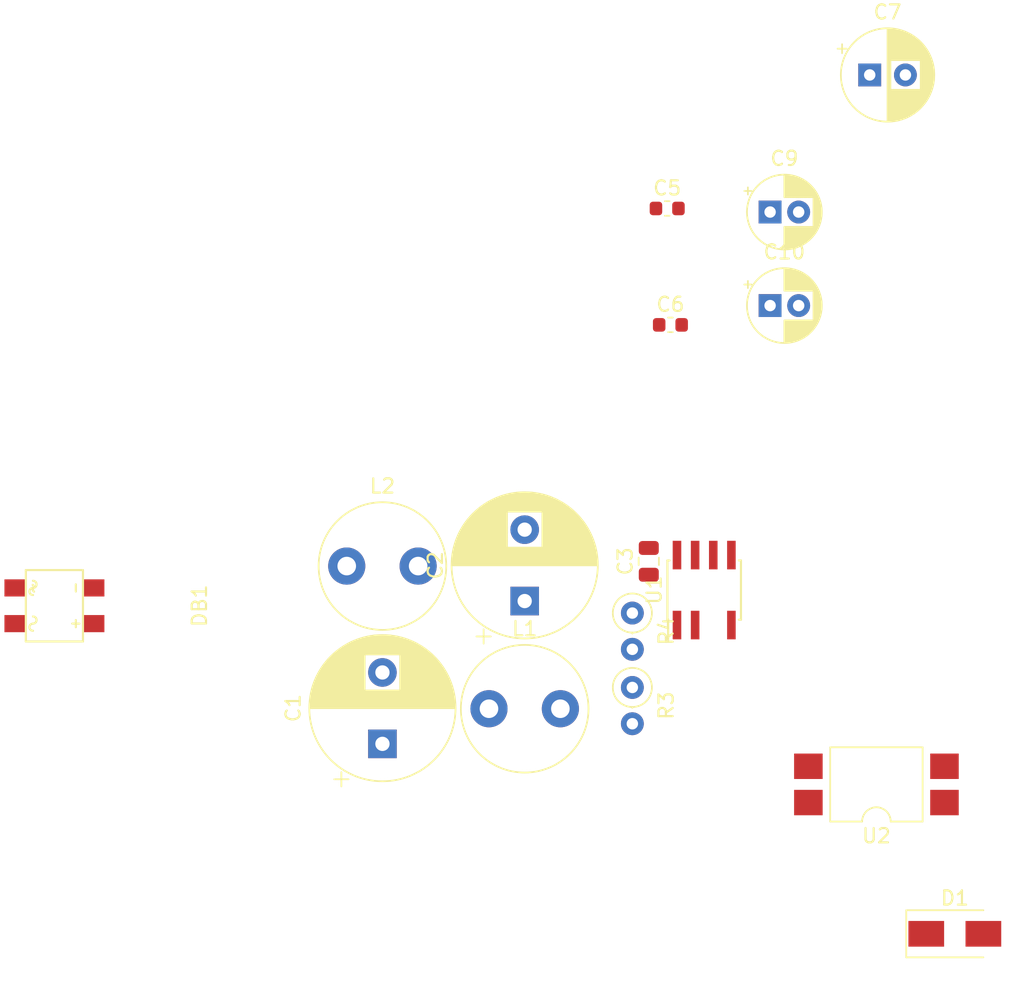
<source format=kicad_pcb>
(kicad_pcb (version 20171130) (host pcbnew "(5.1.6)-1")

  (general
    (thickness 1.6)
    (drawings 0)
    (tracks 0)
    (zones 0)
    (modules 16)
    (nets 22)
  )

  (page A4)
  (layers
    (0 F.Cu signal)
    (31 B.Cu signal)
    (32 B.Adhes user)
    (33 F.Adhes user)
    (34 B.Paste user)
    (35 F.Paste user)
    (36 B.SilkS user)
    (37 F.SilkS user)
    (38 B.Mask user)
    (39 F.Mask user)
    (40 Dwgs.User user)
    (41 Cmts.User user)
    (42 Eco1.User user)
    (43 Eco2.User user)
    (44 Edge.Cuts user)
    (45 Margin user)
    (46 B.CrtYd user)
    (47 F.CrtYd user)
    (48 B.Fab user)
    (49 F.Fab user)
  )

  (setup
    (last_trace_width 0.25)
    (trace_clearance 0.2)
    (zone_clearance 0.508)
    (zone_45_only no)
    (trace_min 0.2)
    (via_size 0.8)
    (via_drill 0.4)
    (via_min_size 0.4)
    (via_min_drill 0.3)
    (uvia_size 0.3)
    (uvia_drill 0.1)
    (uvias_allowed no)
    (uvia_min_size 0.2)
    (uvia_min_drill 0.1)
    (edge_width 0.05)
    (segment_width 0.2)
    (pcb_text_width 0.3)
    (pcb_text_size 1.5 1.5)
    (mod_edge_width 0.12)
    (mod_text_size 1 1)
    (mod_text_width 0.15)
    (pad_size 1.524 1.524)
    (pad_drill 0.762)
    (pad_to_mask_clearance 0.05)
    (aux_axis_origin 0 0)
    (visible_elements FFFFFF7F)
    (pcbplotparams
      (layerselection 0x010fc_ffffffff)
      (usegerberextensions false)
      (usegerberattributes true)
      (usegerberadvancedattributes true)
      (creategerberjobfile true)
      (excludeedgelayer true)
      (linewidth 0.100000)
      (plotframeref false)
      (viasonmask false)
      (mode 1)
      (useauxorigin false)
      (hpglpennumber 1)
      (hpglpenspeed 20)
      (hpglpendiameter 15.000000)
      (psnegative false)
      (psa4output false)
      (plotreference true)
      (plotvalue true)
      (plotinvisibletext false)
      (padsonsilk false)
      (subtractmaskfromsilk false)
      (outputformat 1)
      (mirror false)
      (drillshape 1)
      (scaleselection 1)
      (outputdirectory ""))
  )

  (net 0 "")
  (net 1 "Net-(C2-Pad2)")
  (net 2 "Net-(C2-Pad1)")
  (net 3 "Net-(C3-Pad1)")
  (net 4 "Net-(C5-Pad2)")
  (net 5 "Net-(C5-Pad1)")
  (net 6 "Net-(C6-Pad2)")
  (net 7 "Net-(C6-Pad1)")
  (net 8 "Net-(C7-Pad2)")
  (net 9 "Net-(C9-Pad1)")
  (net 10 "Net-(C10-Pad2)")
  (net 11 "Net-(C10-Pad1)")
  (net 12 "Net-(D2-Pad2)")
  (net 13 "Net-(R4-Pad1)")
  (net 14 "Net-(D3-Pad1)")
  (net 15 "Net-(R5-Pad1)")
  (net 16 /hv_dc_-)
  (net 17 /hv_dc_+)
  (net 18 "Net-(DB1-Pad2)")
  (net 19 "Net-(DB1-Pad1)")
  (net 20 "Net-(D1-Pad2)")
  (net 21 "Net-(R3-Pad1)")

  (net_class Default "This is the default net class."
    (clearance 0.2)
    (trace_width 0.25)
    (via_dia 0.8)
    (via_drill 0.4)
    (uvia_dia 0.3)
    (uvia_drill 0.1)
    (add_net /hv_dc_+)
    (add_net /hv_dc_-)
    (add_net "Net-(C10-Pad1)")
    (add_net "Net-(C10-Pad2)")
    (add_net "Net-(C2-Pad1)")
    (add_net "Net-(C2-Pad2)")
    (add_net "Net-(C3-Pad1)")
    (add_net "Net-(C5-Pad1)")
    (add_net "Net-(C5-Pad2)")
    (add_net "Net-(C6-Pad1)")
    (add_net "Net-(C6-Pad2)")
    (add_net "Net-(C7-Pad2)")
    (add_net "Net-(C9-Pad1)")
    (add_net "Net-(D1-Pad2)")
    (add_net "Net-(D2-Pad2)")
    (add_net "Net-(D3-Pad1)")
    (add_net "Net-(DB1-Pad1)")
    (add_net "Net-(DB1-Pad2)")
    (add_net "Net-(R3-Pad1)")
    (add_net "Net-(R4-Pad1)")
    (add_net "Net-(R5-Pad1)")
  )

  (module Resistor_THT:R_Axial_DIN0207_L6.3mm_D2.5mm_P2.54mm_Vertical (layer F.Cu) (tedit 5AE5139B) (tstamp 5FD659CC)
    (at 100.44 114.92 270)
    (descr "Resistor, Axial_DIN0207 series, Axial, Vertical, pin pitch=2.54mm, 0.25W = 1/4W, length*diameter=6.3*2.5mm^2, http://cdn-reichelt.de/documents/datenblatt/B400/1_4W%23YAG.pdf")
    (tags "Resistor Axial_DIN0207 series Axial Vertical pin pitch 2.54mm 0.25W = 1/4W length 6.3mm diameter 2.5mm")
    (path /5FE087E9)
    (fp_text reference R4 (at 1.27 -2.37 90) (layer F.SilkS)
      (effects (font (size 1 1) (thickness 0.15)))
    )
    (fp_text value 2M (at 1.27 2.37 90) (layer F.Fab)
      (effects (font (size 1 1) (thickness 0.15)))
    )
    (fp_text user %R (at 1.27 -2.37 90) (layer F.Fab)
      (effects (font (size 1 1) (thickness 0.15)))
    )
    (fp_circle (center 0 0) (end 1.25 0) (layer F.Fab) (width 0.1))
    (fp_circle (center 0 0) (end 1.37 0) (layer F.SilkS) (width 0.12))
    (fp_line (start 0 0) (end 2.54 0) (layer F.Fab) (width 0.1))
    (fp_line (start 1.37 0) (end 1.44 0) (layer F.SilkS) (width 0.12))
    (fp_line (start -1.5 -1.5) (end -1.5 1.5) (layer F.CrtYd) (width 0.05))
    (fp_line (start -1.5 1.5) (end 3.59 1.5) (layer F.CrtYd) (width 0.05))
    (fp_line (start 3.59 1.5) (end 3.59 -1.5) (layer F.CrtYd) (width 0.05))
    (fp_line (start 3.59 -1.5) (end -1.5 -1.5) (layer F.CrtYd) (width 0.05))
    (pad 2 thru_hole oval (at 2.54 0 270) (size 1.6 1.6) (drill 0.8) (layers *.Cu *.Mask)
      (net 21 "Net-(R3-Pad1)"))
    (pad 1 thru_hole circle (at 0 0 270) (size 1.6 1.6) (drill 0.8) (layers *.Cu *.Mask)
      (net 13 "Net-(R4-Pad1)"))
    (model ${KISYS3DMOD}/Resistor_THT.3dshapes/R_Axial_DIN0207_L6.3mm_D2.5mm_P2.54mm_Vertical.wrl
      (at (xyz 0 0 0))
      (scale (xyz 1 1 1))
      (rotate (xyz 0 0 0))
    )
  )

  (module Resistor_THT:R_Axial_DIN0207_L6.3mm_D2.5mm_P2.54mm_Vertical (layer F.Cu) (tedit 5AE5139B) (tstamp 5FD659BD)
    (at 100.44 120.13 270)
    (descr "Resistor, Axial_DIN0207 series, Axial, Vertical, pin pitch=2.54mm, 0.25W = 1/4W, length*diameter=6.3*2.5mm^2, http://cdn-reichelt.de/documents/datenblatt/B400/1_4W%23YAG.pdf")
    (tags "Resistor Axial_DIN0207 series Axial Vertical pin pitch 2.54mm 0.25W = 1/4W length 6.3mm diameter 2.5mm")
    (path /5FD60734)
    (fp_text reference R3 (at 1.27 -2.37 90) (layer F.SilkS)
      (effects (font (size 1 1) (thickness 0.15)))
    )
    (fp_text value 2M (at 1.27 2.37 90) (layer F.Fab)
      (effects (font (size 1 1) (thickness 0.15)))
    )
    (fp_text user %R (at 1.27 -2.37 90) (layer F.Fab)
      (effects (font (size 1 1) (thickness 0.15)))
    )
    (fp_circle (center 0 0) (end 1.25 0) (layer F.Fab) (width 0.1))
    (fp_circle (center 0 0) (end 1.37 0) (layer F.SilkS) (width 0.12))
    (fp_line (start 0 0) (end 2.54 0) (layer F.Fab) (width 0.1))
    (fp_line (start 1.37 0) (end 1.44 0) (layer F.SilkS) (width 0.12))
    (fp_line (start -1.5 -1.5) (end -1.5 1.5) (layer F.CrtYd) (width 0.05))
    (fp_line (start -1.5 1.5) (end 3.59 1.5) (layer F.CrtYd) (width 0.05))
    (fp_line (start 3.59 1.5) (end 3.59 -1.5) (layer F.CrtYd) (width 0.05))
    (fp_line (start 3.59 -1.5) (end -1.5 -1.5) (layer F.CrtYd) (width 0.05))
    (pad 2 thru_hole oval (at 2.54 0 270) (size 1.6 1.6) (drill 0.8) (layers *.Cu *.Mask)
      (net 2 "Net-(C2-Pad1)"))
    (pad 1 thru_hole circle (at 0 0 270) (size 1.6 1.6) (drill 0.8) (layers *.Cu *.Mask)
      (net 21 "Net-(R3-Pad1)"))
    (model ${KISYS3DMOD}/Resistor_THT.3dshapes/R_Axial_DIN0207_L6.3mm_D2.5mm_P2.54mm_Vertical.wrl
      (at (xyz 0 0 0))
      (scale (xyz 1 1 1))
      (rotate (xyz 0 0 0))
    )
  )

  (module Diode_SMD:D_SMA (layer F.Cu) (tedit 586432E5) (tstamp 5FD64744)
    (at 123.02 137.38)
    (descr "Diode SMA (DO-214AC)")
    (tags "Diode SMA (DO-214AC)")
    (path /5FE074FB)
    (attr smd)
    (fp_text reference D1 (at 0 -2.5) (layer F.SilkS)
      (effects (font (size 1 1) (thickness 0.15)))
    )
    (fp_text value SMB6F100AY (at 0 2.6) (layer F.Fab)
      (effects (font (size 1 1) (thickness 0.15)))
    )
    (fp_text user %R (at 0 -2.5) (layer F.Fab)
      (effects (font (size 1 1) (thickness 0.15)))
    )
    (fp_line (start -3.4 -1.65) (end -3.4 1.65) (layer F.SilkS) (width 0.12))
    (fp_line (start 2.3 1.5) (end -2.3 1.5) (layer F.Fab) (width 0.1))
    (fp_line (start -2.3 1.5) (end -2.3 -1.5) (layer F.Fab) (width 0.1))
    (fp_line (start 2.3 -1.5) (end 2.3 1.5) (layer F.Fab) (width 0.1))
    (fp_line (start 2.3 -1.5) (end -2.3 -1.5) (layer F.Fab) (width 0.1))
    (fp_line (start -3.5 -1.75) (end 3.5 -1.75) (layer F.CrtYd) (width 0.05))
    (fp_line (start 3.5 -1.75) (end 3.5 1.75) (layer F.CrtYd) (width 0.05))
    (fp_line (start 3.5 1.75) (end -3.5 1.75) (layer F.CrtYd) (width 0.05))
    (fp_line (start -3.5 1.75) (end -3.5 -1.75) (layer F.CrtYd) (width 0.05))
    (fp_line (start -0.64944 0.00102) (end -1.55114 0.00102) (layer F.Fab) (width 0.1))
    (fp_line (start 0.50118 0.00102) (end 1.4994 0.00102) (layer F.Fab) (width 0.1))
    (fp_line (start -0.64944 -0.79908) (end -0.64944 0.80112) (layer F.Fab) (width 0.1))
    (fp_line (start 0.50118 0.75032) (end 0.50118 -0.79908) (layer F.Fab) (width 0.1))
    (fp_line (start -0.64944 0.00102) (end 0.50118 0.75032) (layer F.Fab) (width 0.1))
    (fp_line (start -0.64944 0.00102) (end 0.50118 -0.79908) (layer F.Fab) (width 0.1))
    (fp_line (start -3.4 1.65) (end 2 1.65) (layer F.SilkS) (width 0.12))
    (fp_line (start -3.4 -1.65) (end 2 -1.65) (layer F.SilkS) (width 0.12))
    (pad 2 smd rect (at 2 0) (size 2.5 1.8) (layers F.Cu F.Paste F.Mask)
      (net 20 "Net-(D1-Pad2)"))
    (pad 1 smd rect (at -2 0) (size 2.5 1.8) (layers F.Cu F.Paste F.Mask)
      (net 2 "Net-(C2-Pad1)"))
    (model ${KISYS3DMOD}/Diode_SMD.3dshapes/D_SMA.wrl
      (at (xyz 0 0 0))
      (scale (xyz 1 1 1))
      (rotate (xyz 0 0 0))
    )
  )

  (module eMKa_DIODES:MiniDIP (layer F.Cu) (tedit 5D8C5FE6) (tstamp 5FD61FDE)
    (at 59.97 114.41 270)
    (path /5FDFF7AF)
    (fp_text reference DB1 (at 0 -10.16 90) (layer F.SilkS)
      (effects (font (size 1 1) (thickness 0.15)))
    )
    (fp_text value D_Bridge_AA+- (at 0 -7.62 90) (layer F.Fab)
      (effects (font (size 1 1) (thickness 0.15)))
    )
    (fp_arc (start 1.5 1.5) (end 1.25 1.5) (angle -180) (layer F.SilkS) (width 0.15))
    (fp_arc (start 1 1.5) (end 1.25 1.5) (angle -180) (layer F.SilkS) (width 0.15))
    (fp_arc (start -1 1.5) (end -1.25 1.5) (angle -180) (layer F.SilkS) (width 0.15))
    (fp_arc (start -1.5 1.5) (end -1.25 1.5) (angle -180) (layer F.SilkS) (width 0.15))
    (fp_text user ~ (at -1.25 1.5 90) (layer F.SilkS)
      (effects (font (size 1 1) (thickness 0.15)))
    )
    (fp_line (start -2.5 -2) (end 2.5 -2) (layer F.Fab) (width 0.12))
    (fp_line (start 2.5 -2) (end 2.5 2) (layer F.Fab) (width 0.12))
    (fp_line (start 2.5 2) (end -2.5 2) (layer F.Fab) (width 0.12))
    (fp_line (start -2.5 2) (end -2.5 -2) (layer F.Fab) (width 0.12))
    (fp_line (start -2.5 -3.5) (end 2.5 -3.5) (layer Eco1.User) (width 0.12))
    (fp_line (start -2.5 3.5) (end 2.5 3.5) (layer Eco1.User) (width 0.12))
    (fp_line (start -1.5 -1.5) (end -1 -1.5) (layer F.SilkS) (width 0.15))
    (fp_line (start 1 -1.5) (end 1.5 -1.5) (layer F.SilkS) (width 0.15))
    (fp_line (start 1.25 -1.75) (end 1.25 -1.25) (layer F.SilkS) (width 0.15))
    (fp_line (start 2.5 -2) (end -2.5 -2) (layer F.SilkS) (width 0.15))
    (fp_line (start -2.5 -2) (end -2.5 2) (layer F.SilkS) (width 0.15))
    (fp_line (start -2.5 2) (end 2.5 2) (layer F.SilkS) (width 0.15))
    (fp_line (start 2.5 2) (end 2.5 -2) (layer F.SilkS) (width 0.15))
    (fp_line (start 2.75 3.75) (end 2.75 -3.75) (layer F.CrtYd) (width 0.12))
    (fp_line (start 2.75 -3.75) (end -2.75 -3.75) (layer F.CrtYd) (width 0.12))
    (fp_line (start -2.75 -3.75) (end -2.75 3.75) (layer F.CrtYd) (width 0.12))
    (fp_line (start -2.75 3.75) (end 2.75 3.75) (layer F.CrtYd) (width 0.12))
    (pad 4 smd rect (at -1.25 -2.75 270) (size 1.2 1.5) (layers F.Cu F.Paste F.Mask)
      (net 16 /hv_dc_-))
    (pad 3 smd rect (at 1.25 -2.75 270) (size 1.2 1.5) (layers F.Cu F.Paste F.Mask)
      (net 17 /hv_dc_+))
    (pad 2 smd rect (at 1.25 2.75 270) (size 1.2 1.5) (layers F.Cu F.Paste F.Mask)
      (net 18 "Net-(DB1-Pad2)"))
    (pad 1 smd rect (at -1.25 2.75 270) (size 1.2 1.5) (layers F.Cu F.Paste F.Mask)
      (net 19 "Net-(DB1-Pad1)"))
    (model ${MYPATH}/FootPrinty/3d_models/MiniDIP/MiniDIP.wrl
      (at (xyz 0 0 0))
      (scale (xyz 1 1 1))
      (rotate (xyz 0 0 0))
    )
  )

  (module Package_DIP:SMDIP-4_W9.53mm (layer F.Cu) (tedit 5A02E8C5) (tstamp 5FD5FD5E)
    (at 117.53 126.92 180)
    (descr "4-lead surface-mounted (SMD) DIP package, row spacing 9.53 mm (375 mils)")
    (tags "SMD DIP DIL PDIP SMDIP 2.54mm 9.53mm 375mil")
    (path /5FD9F3E2)
    (attr smd)
    (fp_text reference U2 (at 0 -3.6) (layer F.SilkS)
      (effects (font (size 1 1) (thickness 0.15)))
    )
    (fp_text value LTV-817S (at 0 3.6) (layer F.Fab)
      (effects (font (size 1 1) (thickness 0.15)))
    )
    (fp_text user %R (at 0 0) (layer F.Fab)
      (effects (font (size 1 1) (thickness 0.15)))
    )
    (fp_arc (start 0 -2.6) (end -1 -2.6) (angle -180) (layer F.SilkS) (width 0.12))
    (fp_line (start -2.175 -2.54) (end 3.175 -2.54) (layer F.Fab) (width 0.1))
    (fp_line (start 3.175 -2.54) (end 3.175 2.54) (layer F.Fab) (width 0.1))
    (fp_line (start 3.175 2.54) (end -3.175 2.54) (layer F.Fab) (width 0.1))
    (fp_line (start -3.175 2.54) (end -3.175 -1.54) (layer F.Fab) (width 0.1))
    (fp_line (start -3.175 -1.54) (end -2.175 -2.54) (layer F.Fab) (width 0.1))
    (fp_line (start -1 -2.6) (end -3.235 -2.6) (layer F.SilkS) (width 0.12))
    (fp_line (start -3.235 -2.6) (end -3.235 2.6) (layer F.SilkS) (width 0.12))
    (fp_line (start -3.235 2.6) (end 3.235 2.6) (layer F.SilkS) (width 0.12))
    (fp_line (start 3.235 2.6) (end 3.235 -2.6) (layer F.SilkS) (width 0.12))
    (fp_line (start 3.235 -2.6) (end 1 -2.6) (layer F.SilkS) (width 0.12))
    (fp_line (start -6.05 -2.8) (end -6.05 2.8) (layer F.CrtYd) (width 0.05))
    (fp_line (start -6.05 2.8) (end 6.05 2.8) (layer F.CrtYd) (width 0.05))
    (fp_line (start 6.05 2.8) (end 6.05 -2.8) (layer F.CrtYd) (width 0.05))
    (fp_line (start 6.05 -2.8) (end -6.05 -2.8) (layer F.CrtYd) (width 0.05))
    (pad 4 smd rect (at 4.765 -1.27 180) (size 2 1.78) (layers F.Cu F.Paste F.Mask)
      (net 13 "Net-(R4-Pad1)"))
    (pad 2 smd rect (at -4.765 1.27 180) (size 2 1.78) (layers F.Cu F.Paste F.Mask)
      (net 14 "Net-(D3-Pad1)"))
    (pad 3 smd rect (at 4.765 1.27 180) (size 2 1.78) (layers F.Cu F.Paste F.Mask)
      (net 1 "Net-(C2-Pad2)"))
    (pad 1 smd rect (at -4.765 -1.27 180) (size 2 1.78) (layers F.Cu F.Paste F.Mask)
      (net 15 "Net-(R5-Pad1)"))
    (model ${KISYS3DMOD}/Package_DIP.3dshapes/SMDIP-4_W9.53mm.wrl
      (at (xyz 0 0 0))
      (scale (xyz 1 1 1))
      (rotate (xyz 0 0 0))
    )
  )

  (module Package_SO:PowerIntegrations_SO-8C (layer F.Cu) (tedit 5A4230AB) (tstamp 5FD6326D)
    (at 105.47 113.31 90)
    (descr "Power-Integrations variant of 8-Lead Plastic Small Outline (SN) - Narrow, 3.90 mm Body [SOIC], see https://www.mouser.com/ds/2/328/linkswitch-pl_family_datasheet-12517.pdf")
    (tags "SOIC 1.27")
    (path /5FD5F1B4)
    (attr smd)
    (fp_text reference U1 (at 0 -3.5 90) (layer F.SilkS)
      (effects (font (size 1 1) (thickness 0.15)))
    )
    (fp_text value TNY285D (at 0 3.5 90) (layer F.Fab)
      (effects (font (size 1 1) (thickness 0.15)))
    )
    (fp_text user %R (at 0 0 90) (layer F.Fab)
      (effects (font (size 1 1) (thickness 0.15)))
    )
    (fp_line (start -0.95 -2.45) (end 1.95 -2.45) (layer F.Fab) (width 0.1))
    (fp_line (start 1.95 -2.45) (end 1.95 2.45) (layer F.Fab) (width 0.1))
    (fp_line (start 1.95 2.45) (end -1.95 2.45) (layer F.Fab) (width 0.1))
    (fp_line (start -1.95 2.45) (end -1.95 -1.45) (layer F.Fab) (width 0.1))
    (fp_line (start -1.95 -1.45) (end -0.95 -2.45) (layer F.Fab) (width 0.1))
    (fp_line (start -2.075 -2.575) (end -2.075 -2.525) (layer F.SilkS) (width 0.15))
    (fp_line (start 2.075 -2.575) (end 2.075 -2.43) (layer F.SilkS) (width 0.15))
    (fp_line (start 2.075 2.575) (end 2.075 2.43) (layer F.SilkS) (width 0.15))
    (fp_line (start -2.075 2.575) (end -2.075 2.43) (layer F.SilkS) (width 0.15))
    (fp_line (start -2.075 -2.575) (end 2.075 -2.575) (layer F.SilkS) (width 0.15))
    (fp_line (start -2.075 2.575) (end 2.075 2.575) (layer F.SilkS) (width 0.15))
    (fp_line (start -2.075 -2.525) (end -3.475 -2.525) (layer F.SilkS) (width 0.15))
    (fp_line (start -3.7 -2.7) (end 3.7 -2.7) (layer F.CrtYd) (width 0.05))
    (fp_line (start -3.7 -2.7) (end -3.7 2.7) (layer F.CrtYd) (width 0.05))
    (fp_line (start 3.7 2.7) (end 3.7 -2.7) (layer F.CrtYd) (width 0.05))
    (fp_line (start 3.7 2.7) (end -3.7 2.7) (layer F.CrtYd) (width 0.05))
    (pad 8 smd rect (at 2.45 -1.905 90) (size 2 0.6) (layers F.Cu F.Paste F.Mask)
      (net 1 "Net-(C2-Pad2)"))
    (pad 7 smd rect (at 2.45 -0.635 90) (size 2 0.6) (layers F.Cu F.Paste F.Mask)
      (net 1 "Net-(C2-Pad2)"))
    (pad 6 smd rect (at 2.45 0.635 90) (size 2 0.6) (layers F.Cu F.Paste F.Mask)
      (net 1 "Net-(C2-Pad2)"))
    (pad 5 smd rect (at 2.45 1.905 90) (size 2 0.6) (layers F.Cu F.Paste F.Mask)
      (net 1 "Net-(C2-Pad2)"))
    (pad 4 smd rect (at -2.45 1.905 90) (size 2 0.6) (layers F.Cu F.Paste F.Mask)
      (net 12 "Net-(D2-Pad2)"))
    (pad 2 smd rect (at -2.45 -0.635 90) (size 2 0.6) (layers F.Cu F.Paste F.Mask)
      (net 3 "Net-(C3-Pad1)"))
    (pad 1 smd rect (at -2.45 -1.905 90) (size 2 0.6) (layers F.Cu F.Paste F.Mask)
      (net 13 "Net-(R4-Pad1)"))
    (model ${KISYS3DMOD}/Package_SO.3dshapes/PowerIntegrations_SO-8C.wrl
      (at (xyz 0 0 0))
      (scale (xyz 1 1 1))
      (rotate (xyz 0 0 0))
    )
  )

  (module Inductor_THT:L_Radial_D8.7mm_P5.00mm_Fastron_07HCP (layer F.Cu) (tedit 5AE59B06) (tstamp 5FD65DCB)
    (at 80.44 111.63)
    (descr "Inductor, Radial series, Radial, pin pitch=5.00mm, , diameter=8.7mm, Fastron, 07HCP, http://cdn-reichelt.de/documents/datenblatt/B400/DS_07HCP.pdf")
    (tags "Inductor Radial series Radial pin pitch 5.00mm  diameter 8.7mm Fastron 07HCP")
    (path /5FD576D5)
    (fp_text reference L2 (at 2.5 -5.6) (layer F.SilkS)
      (effects (font (size 1 1) (thickness 0.15)))
    )
    (fp_text value 1m (at 2.5 5.6) (layer F.Fab)
      (effects (font (size 1 1) (thickness 0.15)))
    )
    (fp_text user %R (at 2.5 0) (layer F.Fab)
      (effects (font (size 1 1) (thickness 0.15)))
    )
    (fp_circle (center 2.5 0) (end 6.85 0) (layer F.Fab) (width 0.1))
    (fp_circle (center 2.5 0) (end 6.97 0) (layer F.SilkS) (width 0.12))
    (fp_circle (center 2.5 0) (end 7.1 0) (layer F.CrtYd) (width 0.05))
    (pad 2 thru_hole circle (at 5 0) (size 2.6 2.6) (drill 1.3) (layers *.Cu *.Mask)
      (net 1 "Net-(C2-Pad2)"))
    (pad 1 thru_hole circle (at 0 0) (size 2.6 2.6) (drill 1.3) (layers *.Cu *.Mask)
      (net 16 /hv_dc_-))
    (model ${KISYS3DMOD}/Inductor_THT.3dshapes/L_Radial_D8.7mm_P5.00mm_Fastron_07HCP.wrl
      (at (xyz 0 0 0))
      (scale (xyz 1 1 1))
      (rotate (xyz 0 0 0))
    )
  )

  (module Inductor_THT:L_Radial_D8.7mm_P5.00mm_Fastron_07HCP (layer F.Cu) (tedit 5AE59B06) (tstamp 5FD5FD20)
    (at 90.4 121.62)
    (descr "Inductor, Radial series, Radial, pin pitch=5.00mm, , diameter=8.7mm, Fastron, 07HCP, http://cdn-reichelt.de/documents/datenblatt/B400/DS_07HCP.pdf")
    (tags "Inductor Radial series Radial pin pitch 5.00mm  diameter 8.7mm Fastron 07HCP")
    (path /5FD572BB)
    (fp_text reference L1 (at 2.5 -5.6) (layer F.SilkS)
      (effects (font (size 1 1) (thickness 0.15)))
    )
    (fp_text value 1m (at 2.5 5.6) (layer F.Fab)
      (effects (font (size 1 1) (thickness 0.15)))
    )
    (fp_text user %R (at 2.5 0) (layer F.Fab)
      (effects (font (size 1 1) (thickness 0.15)))
    )
    (fp_circle (center 2.5 0) (end 6.85 0) (layer F.Fab) (width 0.1))
    (fp_circle (center 2.5 0) (end 6.97 0) (layer F.SilkS) (width 0.12))
    (fp_circle (center 2.5 0) (end 7.1 0) (layer F.CrtYd) (width 0.05))
    (pad 2 thru_hole circle (at 5 0) (size 2.6 2.6) (drill 1.3) (layers *.Cu *.Mask)
      (net 2 "Net-(C2-Pad1)"))
    (pad 1 thru_hole circle (at 0 0) (size 2.6 2.6) (drill 1.3) (layers *.Cu *.Mask)
      (net 17 /hv_dc_+))
    (model ${KISYS3DMOD}/Inductor_THT.3dshapes/L_Radial_D8.7mm_P5.00mm_Fastron_07HCP.wrl
      (at (xyz 0 0 0))
      (scale (xyz 1 1 1))
      (rotate (xyz 0 0 0))
    )
  )

  (module Capacitor_THT:CP_Radial_D5.0mm_P2.00mm (layer F.Cu) (tedit 5AE50EF0) (tstamp 5FD5FCF8)
    (at 110.085129 93.39)
    (descr "CP, Radial series, Radial, pin pitch=2.00mm, , diameter=5mm, Electrolytic Capacitor")
    (tags "CP Radial series Radial pin pitch 2.00mm  diameter 5mm Electrolytic Capacitor")
    (path /5FD9DFEF)
    (fp_text reference C10 (at 1 -3.75) (layer F.SilkS)
      (effects (font (size 1 1) (thickness 0.15)))
    )
    (fp_text value 100u (at 1 3.75) (layer F.Fab)
      (effects (font (size 1 1) (thickness 0.15)))
    )
    (fp_text user %R (at 1 0) (layer F.Fab)
      (effects (font (size 1 1) (thickness 0.15)))
    )
    (fp_circle (center 1 0) (end 3.5 0) (layer F.Fab) (width 0.1))
    (fp_circle (center 1 0) (end 3.62 0) (layer F.SilkS) (width 0.12))
    (fp_circle (center 1 0) (end 3.75 0) (layer F.CrtYd) (width 0.05))
    (fp_line (start -1.133605 -1.0875) (end -0.633605 -1.0875) (layer F.Fab) (width 0.1))
    (fp_line (start -0.883605 -1.3375) (end -0.883605 -0.8375) (layer F.Fab) (width 0.1))
    (fp_line (start 1 1.04) (end 1 2.58) (layer F.SilkS) (width 0.12))
    (fp_line (start 1 -2.58) (end 1 -1.04) (layer F.SilkS) (width 0.12))
    (fp_line (start 1.04 1.04) (end 1.04 2.58) (layer F.SilkS) (width 0.12))
    (fp_line (start 1.04 -2.58) (end 1.04 -1.04) (layer F.SilkS) (width 0.12))
    (fp_line (start 1.08 -2.579) (end 1.08 -1.04) (layer F.SilkS) (width 0.12))
    (fp_line (start 1.08 1.04) (end 1.08 2.579) (layer F.SilkS) (width 0.12))
    (fp_line (start 1.12 -2.578) (end 1.12 -1.04) (layer F.SilkS) (width 0.12))
    (fp_line (start 1.12 1.04) (end 1.12 2.578) (layer F.SilkS) (width 0.12))
    (fp_line (start 1.16 -2.576) (end 1.16 -1.04) (layer F.SilkS) (width 0.12))
    (fp_line (start 1.16 1.04) (end 1.16 2.576) (layer F.SilkS) (width 0.12))
    (fp_line (start 1.2 -2.573) (end 1.2 -1.04) (layer F.SilkS) (width 0.12))
    (fp_line (start 1.2 1.04) (end 1.2 2.573) (layer F.SilkS) (width 0.12))
    (fp_line (start 1.24 -2.569) (end 1.24 -1.04) (layer F.SilkS) (width 0.12))
    (fp_line (start 1.24 1.04) (end 1.24 2.569) (layer F.SilkS) (width 0.12))
    (fp_line (start 1.28 -2.565) (end 1.28 -1.04) (layer F.SilkS) (width 0.12))
    (fp_line (start 1.28 1.04) (end 1.28 2.565) (layer F.SilkS) (width 0.12))
    (fp_line (start 1.32 -2.561) (end 1.32 -1.04) (layer F.SilkS) (width 0.12))
    (fp_line (start 1.32 1.04) (end 1.32 2.561) (layer F.SilkS) (width 0.12))
    (fp_line (start 1.36 -2.556) (end 1.36 -1.04) (layer F.SilkS) (width 0.12))
    (fp_line (start 1.36 1.04) (end 1.36 2.556) (layer F.SilkS) (width 0.12))
    (fp_line (start 1.4 -2.55) (end 1.4 -1.04) (layer F.SilkS) (width 0.12))
    (fp_line (start 1.4 1.04) (end 1.4 2.55) (layer F.SilkS) (width 0.12))
    (fp_line (start 1.44 -2.543) (end 1.44 -1.04) (layer F.SilkS) (width 0.12))
    (fp_line (start 1.44 1.04) (end 1.44 2.543) (layer F.SilkS) (width 0.12))
    (fp_line (start 1.48 -2.536) (end 1.48 -1.04) (layer F.SilkS) (width 0.12))
    (fp_line (start 1.48 1.04) (end 1.48 2.536) (layer F.SilkS) (width 0.12))
    (fp_line (start 1.52 -2.528) (end 1.52 -1.04) (layer F.SilkS) (width 0.12))
    (fp_line (start 1.52 1.04) (end 1.52 2.528) (layer F.SilkS) (width 0.12))
    (fp_line (start 1.56 -2.52) (end 1.56 -1.04) (layer F.SilkS) (width 0.12))
    (fp_line (start 1.56 1.04) (end 1.56 2.52) (layer F.SilkS) (width 0.12))
    (fp_line (start 1.6 -2.511) (end 1.6 -1.04) (layer F.SilkS) (width 0.12))
    (fp_line (start 1.6 1.04) (end 1.6 2.511) (layer F.SilkS) (width 0.12))
    (fp_line (start 1.64 -2.501) (end 1.64 -1.04) (layer F.SilkS) (width 0.12))
    (fp_line (start 1.64 1.04) (end 1.64 2.501) (layer F.SilkS) (width 0.12))
    (fp_line (start 1.68 -2.491) (end 1.68 -1.04) (layer F.SilkS) (width 0.12))
    (fp_line (start 1.68 1.04) (end 1.68 2.491) (layer F.SilkS) (width 0.12))
    (fp_line (start 1.721 -2.48) (end 1.721 -1.04) (layer F.SilkS) (width 0.12))
    (fp_line (start 1.721 1.04) (end 1.721 2.48) (layer F.SilkS) (width 0.12))
    (fp_line (start 1.761 -2.468) (end 1.761 -1.04) (layer F.SilkS) (width 0.12))
    (fp_line (start 1.761 1.04) (end 1.761 2.468) (layer F.SilkS) (width 0.12))
    (fp_line (start 1.801 -2.455) (end 1.801 -1.04) (layer F.SilkS) (width 0.12))
    (fp_line (start 1.801 1.04) (end 1.801 2.455) (layer F.SilkS) (width 0.12))
    (fp_line (start 1.841 -2.442) (end 1.841 -1.04) (layer F.SilkS) (width 0.12))
    (fp_line (start 1.841 1.04) (end 1.841 2.442) (layer F.SilkS) (width 0.12))
    (fp_line (start 1.881 -2.428) (end 1.881 -1.04) (layer F.SilkS) (width 0.12))
    (fp_line (start 1.881 1.04) (end 1.881 2.428) (layer F.SilkS) (width 0.12))
    (fp_line (start 1.921 -2.414) (end 1.921 -1.04) (layer F.SilkS) (width 0.12))
    (fp_line (start 1.921 1.04) (end 1.921 2.414) (layer F.SilkS) (width 0.12))
    (fp_line (start 1.961 -2.398) (end 1.961 -1.04) (layer F.SilkS) (width 0.12))
    (fp_line (start 1.961 1.04) (end 1.961 2.398) (layer F.SilkS) (width 0.12))
    (fp_line (start 2.001 -2.382) (end 2.001 -1.04) (layer F.SilkS) (width 0.12))
    (fp_line (start 2.001 1.04) (end 2.001 2.382) (layer F.SilkS) (width 0.12))
    (fp_line (start 2.041 -2.365) (end 2.041 -1.04) (layer F.SilkS) (width 0.12))
    (fp_line (start 2.041 1.04) (end 2.041 2.365) (layer F.SilkS) (width 0.12))
    (fp_line (start 2.081 -2.348) (end 2.081 -1.04) (layer F.SilkS) (width 0.12))
    (fp_line (start 2.081 1.04) (end 2.081 2.348) (layer F.SilkS) (width 0.12))
    (fp_line (start 2.121 -2.329) (end 2.121 -1.04) (layer F.SilkS) (width 0.12))
    (fp_line (start 2.121 1.04) (end 2.121 2.329) (layer F.SilkS) (width 0.12))
    (fp_line (start 2.161 -2.31) (end 2.161 -1.04) (layer F.SilkS) (width 0.12))
    (fp_line (start 2.161 1.04) (end 2.161 2.31) (layer F.SilkS) (width 0.12))
    (fp_line (start 2.201 -2.29) (end 2.201 -1.04) (layer F.SilkS) (width 0.12))
    (fp_line (start 2.201 1.04) (end 2.201 2.29) (layer F.SilkS) (width 0.12))
    (fp_line (start 2.241 -2.268) (end 2.241 -1.04) (layer F.SilkS) (width 0.12))
    (fp_line (start 2.241 1.04) (end 2.241 2.268) (layer F.SilkS) (width 0.12))
    (fp_line (start 2.281 -2.247) (end 2.281 -1.04) (layer F.SilkS) (width 0.12))
    (fp_line (start 2.281 1.04) (end 2.281 2.247) (layer F.SilkS) (width 0.12))
    (fp_line (start 2.321 -2.224) (end 2.321 -1.04) (layer F.SilkS) (width 0.12))
    (fp_line (start 2.321 1.04) (end 2.321 2.224) (layer F.SilkS) (width 0.12))
    (fp_line (start 2.361 -2.2) (end 2.361 -1.04) (layer F.SilkS) (width 0.12))
    (fp_line (start 2.361 1.04) (end 2.361 2.2) (layer F.SilkS) (width 0.12))
    (fp_line (start 2.401 -2.175) (end 2.401 -1.04) (layer F.SilkS) (width 0.12))
    (fp_line (start 2.401 1.04) (end 2.401 2.175) (layer F.SilkS) (width 0.12))
    (fp_line (start 2.441 -2.149) (end 2.441 -1.04) (layer F.SilkS) (width 0.12))
    (fp_line (start 2.441 1.04) (end 2.441 2.149) (layer F.SilkS) (width 0.12))
    (fp_line (start 2.481 -2.122) (end 2.481 -1.04) (layer F.SilkS) (width 0.12))
    (fp_line (start 2.481 1.04) (end 2.481 2.122) (layer F.SilkS) (width 0.12))
    (fp_line (start 2.521 -2.095) (end 2.521 -1.04) (layer F.SilkS) (width 0.12))
    (fp_line (start 2.521 1.04) (end 2.521 2.095) (layer F.SilkS) (width 0.12))
    (fp_line (start 2.561 -2.065) (end 2.561 -1.04) (layer F.SilkS) (width 0.12))
    (fp_line (start 2.561 1.04) (end 2.561 2.065) (layer F.SilkS) (width 0.12))
    (fp_line (start 2.601 -2.035) (end 2.601 -1.04) (layer F.SilkS) (width 0.12))
    (fp_line (start 2.601 1.04) (end 2.601 2.035) (layer F.SilkS) (width 0.12))
    (fp_line (start 2.641 -2.004) (end 2.641 -1.04) (layer F.SilkS) (width 0.12))
    (fp_line (start 2.641 1.04) (end 2.641 2.004) (layer F.SilkS) (width 0.12))
    (fp_line (start 2.681 -1.971) (end 2.681 -1.04) (layer F.SilkS) (width 0.12))
    (fp_line (start 2.681 1.04) (end 2.681 1.971) (layer F.SilkS) (width 0.12))
    (fp_line (start 2.721 -1.937) (end 2.721 -1.04) (layer F.SilkS) (width 0.12))
    (fp_line (start 2.721 1.04) (end 2.721 1.937) (layer F.SilkS) (width 0.12))
    (fp_line (start 2.761 -1.901) (end 2.761 -1.04) (layer F.SilkS) (width 0.12))
    (fp_line (start 2.761 1.04) (end 2.761 1.901) (layer F.SilkS) (width 0.12))
    (fp_line (start 2.801 -1.864) (end 2.801 -1.04) (layer F.SilkS) (width 0.12))
    (fp_line (start 2.801 1.04) (end 2.801 1.864) (layer F.SilkS) (width 0.12))
    (fp_line (start 2.841 -1.826) (end 2.841 -1.04) (layer F.SilkS) (width 0.12))
    (fp_line (start 2.841 1.04) (end 2.841 1.826) (layer F.SilkS) (width 0.12))
    (fp_line (start 2.881 -1.785) (end 2.881 -1.04) (layer F.SilkS) (width 0.12))
    (fp_line (start 2.881 1.04) (end 2.881 1.785) (layer F.SilkS) (width 0.12))
    (fp_line (start 2.921 -1.743) (end 2.921 -1.04) (layer F.SilkS) (width 0.12))
    (fp_line (start 2.921 1.04) (end 2.921 1.743) (layer F.SilkS) (width 0.12))
    (fp_line (start 2.961 -1.699) (end 2.961 -1.04) (layer F.SilkS) (width 0.12))
    (fp_line (start 2.961 1.04) (end 2.961 1.699) (layer F.SilkS) (width 0.12))
    (fp_line (start 3.001 -1.653) (end 3.001 -1.04) (layer F.SilkS) (width 0.12))
    (fp_line (start 3.001 1.04) (end 3.001 1.653) (layer F.SilkS) (width 0.12))
    (fp_line (start 3.041 -1.605) (end 3.041 1.605) (layer F.SilkS) (width 0.12))
    (fp_line (start 3.081 -1.554) (end 3.081 1.554) (layer F.SilkS) (width 0.12))
    (fp_line (start 3.121 -1.5) (end 3.121 1.5) (layer F.SilkS) (width 0.12))
    (fp_line (start 3.161 -1.443) (end 3.161 1.443) (layer F.SilkS) (width 0.12))
    (fp_line (start 3.201 -1.383) (end 3.201 1.383) (layer F.SilkS) (width 0.12))
    (fp_line (start 3.241 -1.319) (end 3.241 1.319) (layer F.SilkS) (width 0.12))
    (fp_line (start 3.281 -1.251) (end 3.281 1.251) (layer F.SilkS) (width 0.12))
    (fp_line (start 3.321 -1.178) (end 3.321 1.178) (layer F.SilkS) (width 0.12))
    (fp_line (start 3.361 -1.098) (end 3.361 1.098) (layer F.SilkS) (width 0.12))
    (fp_line (start 3.401 -1.011) (end 3.401 1.011) (layer F.SilkS) (width 0.12))
    (fp_line (start 3.441 -0.915) (end 3.441 0.915) (layer F.SilkS) (width 0.12))
    (fp_line (start 3.481 -0.805) (end 3.481 0.805) (layer F.SilkS) (width 0.12))
    (fp_line (start 3.521 -0.677) (end 3.521 0.677) (layer F.SilkS) (width 0.12))
    (fp_line (start 3.561 -0.518) (end 3.561 0.518) (layer F.SilkS) (width 0.12))
    (fp_line (start 3.601 -0.284) (end 3.601 0.284) (layer F.SilkS) (width 0.12))
    (fp_line (start -1.804775 -1.475) (end -1.304775 -1.475) (layer F.SilkS) (width 0.12))
    (fp_line (start -1.554775 -1.725) (end -1.554775 -1.225) (layer F.SilkS) (width 0.12))
    (pad 2 thru_hole circle (at 2 0) (size 1.6 1.6) (drill 0.8) (layers *.Cu *.Mask)
      (net 10 "Net-(C10-Pad2)"))
    (pad 1 thru_hole rect (at 0 0) (size 1.6 1.6) (drill 0.8) (layers *.Cu *.Mask)
      (net 11 "Net-(C10-Pad1)"))
    (model ${KISYS3DMOD}/Capacitor_THT.3dshapes/CP_Radial_D5.0mm_P2.00mm.wrl
      (at (xyz 0 0 0))
      (scale (xyz 1 1 1))
      (rotate (xyz 0 0 0))
    )
  )

  (module Capacitor_THT:CP_Radial_D5.0mm_P2.00mm (layer F.Cu) (tedit 5AE50EF0) (tstamp 5FD5FC75)
    (at 110.085129 86.84)
    (descr "CP, Radial series, Radial, pin pitch=2.00mm, , diameter=5mm, Electrolytic Capacitor")
    (tags "CP Radial series Radial pin pitch 2.00mm  diameter 5mm Electrolytic Capacitor")
    (path /5FD9DFE9)
    (fp_text reference C9 (at 1 -3.75) (layer F.SilkS)
      (effects (font (size 1 1) (thickness 0.15)))
    )
    (fp_text value 100u (at 1 3.75) (layer F.Fab)
      (effects (font (size 1 1) (thickness 0.15)))
    )
    (fp_text user %R (at 1 0) (layer F.Fab)
      (effects (font (size 1 1) (thickness 0.15)))
    )
    (fp_circle (center 1 0) (end 3.5 0) (layer F.Fab) (width 0.1))
    (fp_circle (center 1 0) (end 3.62 0) (layer F.SilkS) (width 0.12))
    (fp_circle (center 1 0) (end 3.75 0) (layer F.CrtYd) (width 0.05))
    (fp_line (start -1.133605 -1.0875) (end -0.633605 -1.0875) (layer F.Fab) (width 0.1))
    (fp_line (start -0.883605 -1.3375) (end -0.883605 -0.8375) (layer F.Fab) (width 0.1))
    (fp_line (start 1 1.04) (end 1 2.58) (layer F.SilkS) (width 0.12))
    (fp_line (start 1 -2.58) (end 1 -1.04) (layer F.SilkS) (width 0.12))
    (fp_line (start 1.04 1.04) (end 1.04 2.58) (layer F.SilkS) (width 0.12))
    (fp_line (start 1.04 -2.58) (end 1.04 -1.04) (layer F.SilkS) (width 0.12))
    (fp_line (start 1.08 -2.579) (end 1.08 -1.04) (layer F.SilkS) (width 0.12))
    (fp_line (start 1.08 1.04) (end 1.08 2.579) (layer F.SilkS) (width 0.12))
    (fp_line (start 1.12 -2.578) (end 1.12 -1.04) (layer F.SilkS) (width 0.12))
    (fp_line (start 1.12 1.04) (end 1.12 2.578) (layer F.SilkS) (width 0.12))
    (fp_line (start 1.16 -2.576) (end 1.16 -1.04) (layer F.SilkS) (width 0.12))
    (fp_line (start 1.16 1.04) (end 1.16 2.576) (layer F.SilkS) (width 0.12))
    (fp_line (start 1.2 -2.573) (end 1.2 -1.04) (layer F.SilkS) (width 0.12))
    (fp_line (start 1.2 1.04) (end 1.2 2.573) (layer F.SilkS) (width 0.12))
    (fp_line (start 1.24 -2.569) (end 1.24 -1.04) (layer F.SilkS) (width 0.12))
    (fp_line (start 1.24 1.04) (end 1.24 2.569) (layer F.SilkS) (width 0.12))
    (fp_line (start 1.28 -2.565) (end 1.28 -1.04) (layer F.SilkS) (width 0.12))
    (fp_line (start 1.28 1.04) (end 1.28 2.565) (layer F.SilkS) (width 0.12))
    (fp_line (start 1.32 -2.561) (end 1.32 -1.04) (layer F.SilkS) (width 0.12))
    (fp_line (start 1.32 1.04) (end 1.32 2.561) (layer F.SilkS) (width 0.12))
    (fp_line (start 1.36 -2.556) (end 1.36 -1.04) (layer F.SilkS) (width 0.12))
    (fp_line (start 1.36 1.04) (end 1.36 2.556) (layer F.SilkS) (width 0.12))
    (fp_line (start 1.4 -2.55) (end 1.4 -1.04) (layer F.SilkS) (width 0.12))
    (fp_line (start 1.4 1.04) (end 1.4 2.55) (layer F.SilkS) (width 0.12))
    (fp_line (start 1.44 -2.543) (end 1.44 -1.04) (layer F.SilkS) (width 0.12))
    (fp_line (start 1.44 1.04) (end 1.44 2.543) (layer F.SilkS) (width 0.12))
    (fp_line (start 1.48 -2.536) (end 1.48 -1.04) (layer F.SilkS) (width 0.12))
    (fp_line (start 1.48 1.04) (end 1.48 2.536) (layer F.SilkS) (width 0.12))
    (fp_line (start 1.52 -2.528) (end 1.52 -1.04) (layer F.SilkS) (width 0.12))
    (fp_line (start 1.52 1.04) (end 1.52 2.528) (layer F.SilkS) (width 0.12))
    (fp_line (start 1.56 -2.52) (end 1.56 -1.04) (layer F.SilkS) (width 0.12))
    (fp_line (start 1.56 1.04) (end 1.56 2.52) (layer F.SilkS) (width 0.12))
    (fp_line (start 1.6 -2.511) (end 1.6 -1.04) (layer F.SilkS) (width 0.12))
    (fp_line (start 1.6 1.04) (end 1.6 2.511) (layer F.SilkS) (width 0.12))
    (fp_line (start 1.64 -2.501) (end 1.64 -1.04) (layer F.SilkS) (width 0.12))
    (fp_line (start 1.64 1.04) (end 1.64 2.501) (layer F.SilkS) (width 0.12))
    (fp_line (start 1.68 -2.491) (end 1.68 -1.04) (layer F.SilkS) (width 0.12))
    (fp_line (start 1.68 1.04) (end 1.68 2.491) (layer F.SilkS) (width 0.12))
    (fp_line (start 1.721 -2.48) (end 1.721 -1.04) (layer F.SilkS) (width 0.12))
    (fp_line (start 1.721 1.04) (end 1.721 2.48) (layer F.SilkS) (width 0.12))
    (fp_line (start 1.761 -2.468) (end 1.761 -1.04) (layer F.SilkS) (width 0.12))
    (fp_line (start 1.761 1.04) (end 1.761 2.468) (layer F.SilkS) (width 0.12))
    (fp_line (start 1.801 -2.455) (end 1.801 -1.04) (layer F.SilkS) (width 0.12))
    (fp_line (start 1.801 1.04) (end 1.801 2.455) (layer F.SilkS) (width 0.12))
    (fp_line (start 1.841 -2.442) (end 1.841 -1.04) (layer F.SilkS) (width 0.12))
    (fp_line (start 1.841 1.04) (end 1.841 2.442) (layer F.SilkS) (width 0.12))
    (fp_line (start 1.881 -2.428) (end 1.881 -1.04) (layer F.SilkS) (width 0.12))
    (fp_line (start 1.881 1.04) (end 1.881 2.428) (layer F.SilkS) (width 0.12))
    (fp_line (start 1.921 -2.414) (end 1.921 -1.04) (layer F.SilkS) (width 0.12))
    (fp_line (start 1.921 1.04) (end 1.921 2.414) (layer F.SilkS) (width 0.12))
    (fp_line (start 1.961 -2.398) (end 1.961 -1.04) (layer F.SilkS) (width 0.12))
    (fp_line (start 1.961 1.04) (end 1.961 2.398) (layer F.SilkS) (width 0.12))
    (fp_line (start 2.001 -2.382) (end 2.001 -1.04) (layer F.SilkS) (width 0.12))
    (fp_line (start 2.001 1.04) (end 2.001 2.382) (layer F.SilkS) (width 0.12))
    (fp_line (start 2.041 -2.365) (end 2.041 -1.04) (layer F.SilkS) (width 0.12))
    (fp_line (start 2.041 1.04) (end 2.041 2.365) (layer F.SilkS) (width 0.12))
    (fp_line (start 2.081 -2.348) (end 2.081 -1.04) (layer F.SilkS) (width 0.12))
    (fp_line (start 2.081 1.04) (end 2.081 2.348) (layer F.SilkS) (width 0.12))
    (fp_line (start 2.121 -2.329) (end 2.121 -1.04) (layer F.SilkS) (width 0.12))
    (fp_line (start 2.121 1.04) (end 2.121 2.329) (layer F.SilkS) (width 0.12))
    (fp_line (start 2.161 -2.31) (end 2.161 -1.04) (layer F.SilkS) (width 0.12))
    (fp_line (start 2.161 1.04) (end 2.161 2.31) (layer F.SilkS) (width 0.12))
    (fp_line (start 2.201 -2.29) (end 2.201 -1.04) (layer F.SilkS) (width 0.12))
    (fp_line (start 2.201 1.04) (end 2.201 2.29) (layer F.SilkS) (width 0.12))
    (fp_line (start 2.241 -2.268) (end 2.241 -1.04) (layer F.SilkS) (width 0.12))
    (fp_line (start 2.241 1.04) (end 2.241 2.268) (layer F.SilkS) (width 0.12))
    (fp_line (start 2.281 -2.247) (end 2.281 -1.04) (layer F.SilkS) (width 0.12))
    (fp_line (start 2.281 1.04) (end 2.281 2.247) (layer F.SilkS) (width 0.12))
    (fp_line (start 2.321 -2.224) (end 2.321 -1.04) (layer F.SilkS) (width 0.12))
    (fp_line (start 2.321 1.04) (end 2.321 2.224) (layer F.SilkS) (width 0.12))
    (fp_line (start 2.361 -2.2) (end 2.361 -1.04) (layer F.SilkS) (width 0.12))
    (fp_line (start 2.361 1.04) (end 2.361 2.2) (layer F.SilkS) (width 0.12))
    (fp_line (start 2.401 -2.175) (end 2.401 -1.04) (layer F.SilkS) (width 0.12))
    (fp_line (start 2.401 1.04) (end 2.401 2.175) (layer F.SilkS) (width 0.12))
    (fp_line (start 2.441 -2.149) (end 2.441 -1.04) (layer F.SilkS) (width 0.12))
    (fp_line (start 2.441 1.04) (end 2.441 2.149) (layer F.SilkS) (width 0.12))
    (fp_line (start 2.481 -2.122) (end 2.481 -1.04) (layer F.SilkS) (width 0.12))
    (fp_line (start 2.481 1.04) (end 2.481 2.122) (layer F.SilkS) (width 0.12))
    (fp_line (start 2.521 -2.095) (end 2.521 -1.04) (layer F.SilkS) (width 0.12))
    (fp_line (start 2.521 1.04) (end 2.521 2.095) (layer F.SilkS) (width 0.12))
    (fp_line (start 2.561 -2.065) (end 2.561 -1.04) (layer F.SilkS) (width 0.12))
    (fp_line (start 2.561 1.04) (end 2.561 2.065) (layer F.SilkS) (width 0.12))
    (fp_line (start 2.601 -2.035) (end 2.601 -1.04) (layer F.SilkS) (width 0.12))
    (fp_line (start 2.601 1.04) (end 2.601 2.035) (layer F.SilkS) (width 0.12))
    (fp_line (start 2.641 -2.004) (end 2.641 -1.04) (layer F.SilkS) (width 0.12))
    (fp_line (start 2.641 1.04) (end 2.641 2.004) (layer F.SilkS) (width 0.12))
    (fp_line (start 2.681 -1.971) (end 2.681 -1.04) (layer F.SilkS) (width 0.12))
    (fp_line (start 2.681 1.04) (end 2.681 1.971) (layer F.SilkS) (width 0.12))
    (fp_line (start 2.721 -1.937) (end 2.721 -1.04) (layer F.SilkS) (width 0.12))
    (fp_line (start 2.721 1.04) (end 2.721 1.937) (layer F.SilkS) (width 0.12))
    (fp_line (start 2.761 -1.901) (end 2.761 -1.04) (layer F.SilkS) (width 0.12))
    (fp_line (start 2.761 1.04) (end 2.761 1.901) (layer F.SilkS) (width 0.12))
    (fp_line (start 2.801 -1.864) (end 2.801 -1.04) (layer F.SilkS) (width 0.12))
    (fp_line (start 2.801 1.04) (end 2.801 1.864) (layer F.SilkS) (width 0.12))
    (fp_line (start 2.841 -1.826) (end 2.841 -1.04) (layer F.SilkS) (width 0.12))
    (fp_line (start 2.841 1.04) (end 2.841 1.826) (layer F.SilkS) (width 0.12))
    (fp_line (start 2.881 -1.785) (end 2.881 -1.04) (layer F.SilkS) (width 0.12))
    (fp_line (start 2.881 1.04) (end 2.881 1.785) (layer F.SilkS) (width 0.12))
    (fp_line (start 2.921 -1.743) (end 2.921 -1.04) (layer F.SilkS) (width 0.12))
    (fp_line (start 2.921 1.04) (end 2.921 1.743) (layer F.SilkS) (width 0.12))
    (fp_line (start 2.961 -1.699) (end 2.961 -1.04) (layer F.SilkS) (width 0.12))
    (fp_line (start 2.961 1.04) (end 2.961 1.699) (layer F.SilkS) (width 0.12))
    (fp_line (start 3.001 -1.653) (end 3.001 -1.04) (layer F.SilkS) (width 0.12))
    (fp_line (start 3.001 1.04) (end 3.001 1.653) (layer F.SilkS) (width 0.12))
    (fp_line (start 3.041 -1.605) (end 3.041 1.605) (layer F.SilkS) (width 0.12))
    (fp_line (start 3.081 -1.554) (end 3.081 1.554) (layer F.SilkS) (width 0.12))
    (fp_line (start 3.121 -1.5) (end 3.121 1.5) (layer F.SilkS) (width 0.12))
    (fp_line (start 3.161 -1.443) (end 3.161 1.443) (layer F.SilkS) (width 0.12))
    (fp_line (start 3.201 -1.383) (end 3.201 1.383) (layer F.SilkS) (width 0.12))
    (fp_line (start 3.241 -1.319) (end 3.241 1.319) (layer F.SilkS) (width 0.12))
    (fp_line (start 3.281 -1.251) (end 3.281 1.251) (layer F.SilkS) (width 0.12))
    (fp_line (start 3.321 -1.178) (end 3.321 1.178) (layer F.SilkS) (width 0.12))
    (fp_line (start 3.361 -1.098) (end 3.361 1.098) (layer F.SilkS) (width 0.12))
    (fp_line (start 3.401 -1.011) (end 3.401 1.011) (layer F.SilkS) (width 0.12))
    (fp_line (start 3.441 -0.915) (end 3.441 0.915) (layer F.SilkS) (width 0.12))
    (fp_line (start 3.481 -0.805) (end 3.481 0.805) (layer F.SilkS) (width 0.12))
    (fp_line (start 3.521 -0.677) (end 3.521 0.677) (layer F.SilkS) (width 0.12))
    (fp_line (start 3.561 -0.518) (end 3.561 0.518) (layer F.SilkS) (width 0.12))
    (fp_line (start 3.601 -0.284) (end 3.601 0.284) (layer F.SilkS) (width 0.12))
    (fp_line (start -1.804775 -1.475) (end -1.304775 -1.475) (layer F.SilkS) (width 0.12))
    (fp_line (start -1.554775 -1.725) (end -1.554775 -1.225) (layer F.SilkS) (width 0.12))
    (pad 2 thru_hole circle (at 2 0) (size 1.6 1.6) (drill 0.8) (layers *.Cu *.Mask)
      (net 8 "Net-(C7-Pad2)"))
    (pad 1 thru_hole rect (at 0 0) (size 1.6 1.6) (drill 0.8) (layers *.Cu *.Mask)
      (net 9 "Net-(C9-Pad1)"))
    (model ${KISYS3DMOD}/Capacitor_THT.3dshapes/CP_Radial_D5.0mm_P2.00mm.wrl
      (at (xyz 0 0 0))
      (scale (xyz 1 1 1))
      (rotate (xyz 0 0 0))
    )
  )

  (module Capacitor_THT:CP_Radial_D6.3mm_P2.50mm (layer F.Cu) (tedit 5AE50EF0) (tstamp 5FD5FBF2)
    (at 117.060595 77.24)
    (descr "CP, Radial series, Radial, pin pitch=2.50mm, , diameter=6.3mm, Electrolytic Capacitor")
    (tags "CP Radial series Radial pin pitch 2.50mm  diameter 6.3mm Electrolytic Capacitor")
    (path /5FD9BEC5)
    (fp_text reference C7 (at 1.25 -4.4) (layer F.SilkS)
      (effects (font (size 1 1) (thickness 0.15)))
    )
    (fp_text value 220u (at 1.25 4.4) (layer F.Fab)
      (effects (font (size 1 1) (thickness 0.15)))
    )
    (fp_text user %R (at 1.25 0) (layer F.Fab)
      (effects (font (size 1 1) (thickness 0.15)))
    )
    (fp_circle (center 1.25 0) (end 4.4 0) (layer F.Fab) (width 0.1))
    (fp_circle (center 1.25 0) (end 4.52 0) (layer F.SilkS) (width 0.12))
    (fp_circle (center 1.25 0) (end 4.65 0) (layer F.CrtYd) (width 0.05))
    (fp_line (start -1.443972 -1.3735) (end -0.813972 -1.3735) (layer F.Fab) (width 0.1))
    (fp_line (start -1.128972 -1.6885) (end -1.128972 -1.0585) (layer F.Fab) (width 0.1))
    (fp_line (start 1.25 -3.23) (end 1.25 3.23) (layer F.SilkS) (width 0.12))
    (fp_line (start 1.29 -3.23) (end 1.29 3.23) (layer F.SilkS) (width 0.12))
    (fp_line (start 1.33 -3.23) (end 1.33 3.23) (layer F.SilkS) (width 0.12))
    (fp_line (start 1.37 -3.228) (end 1.37 3.228) (layer F.SilkS) (width 0.12))
    (fp_line (start 1.41 -3.227) (end 1.41 3.227) (layer F.SilkS) (width 0.12))
    (fp_line (start 1.45 -3.224) (end 1.45 3.224) (layer F.SilkS) (width 0.12))
    (fp_line (start 1.49 -3.222) (end 1.49 -1.04) (layer F.SilkS) (width 0.12))
    (fp_line (start 1.49 1.04) (end 1.49 3.222) (layer F.SilkS) (width 0.12))
    (fp_line (start 1.53 -3.218) (end 1.53 -1.04) (layer F.SilkS) (width 0.12))
    (fp_line (start 1.53 1.04) (end 1.53 3.218) (layer F.SilkS) (width 0.12))
    (fp_line (start 1.57 -3.215) (end 1.57 -1.04) (layer F.SilkS) (width 0.12))
    (fp_line (start 1.57 1.04) (end 1.57 3.215) (layer F.SilkS) (width 0.12))
    (fp_line (start 1.61 -3.211) (end 1.61 -1.04) (layer F.SilkS) (width 0.12))
    (fp_line (start 1.61 1.04) (end 1.61 3.211) (layer F.SilkS) (width 0.12))
    (fp_line (start 1.65 -3.206) (end 1.65 -1.04) (layer F.SilkS) (width 0.12))
    (fp_line (start 1.65 1.04) (end 1.65 3.206) (layer F.SilkS) (width 0.12))
    (fp_line (start 1.69 -3.201) (end 1.69 -1.04) (layer F.SilkS) (width 0.12))
    (fp_line (start 1.69 1.04) (end 1.69 3.201) (layer F.SilkS) (width 0.12))
    (fp_line (start 1.73 -3.195) (end 1.73 -1.04) (layer F.SilkS) (width 0.12))
    (fp_line (start 1.73 1.04) (end 1.73 3.195) (layer F.SilkS) (width 0.12))
    (fp_line (start 1.77 -3.189) (end 1.77 -1.04) (layer F.SilkS) (width 0.12))
    (fp_line (start 1.77 1.04) (end 1.77 3.189) (layer F.SilkS) (width 0.12))
    (fp_line (start 1.81 -3.182) (end 1.81 -1.04) (layer F.SilkS) (width 0.12))
    (fp_line (start 1.81 1.04) (end 1.81 3.182) (layer F.SilkS) (width 0.12))
    (fp_line (start 1.85 -3.175) (end 1.85 -1.04) (layer F.SilkS) (width 0.12))
    (fp_line (start 1.85 1.04) (end 1.85 3.175) (layer F.SilkS) (width 0.12))
    (fp_line (start 1.89 -3.167) (end 1.89 -1.04) (layer F.SilkS) (width 0.12))
    (fp_line (start 1.89 1.04) (end 1.89 3.167) (layer F.SilkS) (width 0.12))
    (fp_line (start 1.93 -3.159) (end 1.93 -1.04) (layer F.SilkS) (width 0.12))
    (fp_line (start 1.93 1.04) (end 1.93 3.159) (layer F.SilkS) (width 0.12))
    (fp_line (start 1.971 -3.15) (end 1.971 -1.04) (layer F.SilkS) (width 0.12))
    (fp_line (start 1.971 1.04) (end 1.971 3.15) (layer F.SilkS) (width 0.12))
    (fp_line (start 2.011 -3.141) (end 2.011 -1.04) (layer F.SilkS) (width 0.12))
    (fp_line (start 2.011 1.04) (end 2.011 3.141) (layer F.SilkS) (width 0.12))
    (fp_line (start 2.051 -3.131) (end 2.051 -1.04) (layer F.SilkS) (width 0.12))
    (fp_line (start 2.051 1.04) (end 2.051 3.131) (layer F.SilkS) (width 0.12))
    (fp_line (start 2.091 -3.121) (end 2.091 -1.04) (layer F.SilkS) (width 0.12))
    (fp_line (start 2.091 1.04) (end 2.091 3.121) (layer F.SilkS) (width 0.12))
    (fp_line (start 2.131 -3.11) (end 2.131 -1.04) (layer F.SilkS) (width 0.12))
    (fp_line (start 2.131 1.04) (end 2.131 3.11) (layer F.SilkS) (width 0.12))
    (fp_line (start 2.171 -3.098) (end 2.171 -1.04) (layer F.SilkS) (width 0.12))
    (fp_line (start 2.171 1.04) (end 2.171 3.098) (layer F.SilkS) (width 0.12))
    (fp_line (start 2.211 -3.086) (end 2.211 -1.04) (layer F.SilkS) (width 0.12))
    (fp_line (start 2.211 1.04) (end 2.211 3.086) (layer F.SilkS) (width 0.12))
    (fp_line (start 2.251 -3.074) (end 2.251 -1.04) (layer F.SilkS) (width 0.12))
    (fp_line (start 2.251 1.04) (end 2.251 3.074) (layer F.SilkS) (width 0.12))
    (fp_line (start 2.291 -3.061) (end 2.291 -1.04) (layer F.SilkS) (width 0.12))
    (fp_line (start 2.291 1.04) (end 2.291 3.061) (layer F.SilkS) (width 0.12))
    (fp_line (start 2.331 -3.047) (end 2.331 -1.04) (layer F.SilkS) (width 0.12))
    (fp_line (start 2.331 1.04) (end 2.331 3.047) (layer F.SilkS) (width 0.12))
    (fp_line (start 2.371 -3.033) (end 2.371 -1.04) (layer F.SilkS) (width 0.12))
    (fp_line (start 2.371 1.04) (end 2.371 3.033) (layer F.SilkS) (width 0.12))
    (fp_line (start 2.411 -3.018) (end 2.411 -1.04) (layer F.SilkS) (width 0.12))
    (fp_line (start 2.411 1.04) (end 2.411 3.018) (layer F.SilkS) (width 0.12))
    (fp_line (start 2.451 -3.002) (end 2.451 -1.04) (layer F.SilkS) (width 0.12))
    (fp_line (start 2.451 1.04) (end 2.451 3.002) (layer F.SilkS) (width 0.12))
    (fp_line (start 2.491 -2.986) (end 2.491 -1.04) (layer F.SilkS) (width 0.12))
    (fp_line (start 2.491 1.04) (end 2.491 2.986) (layer F.SilkS) (width 0.12))
    (fp_line (start 2.531 -2.97) (end 2.531 -1.04) (layer F.SilkS) (width 0.12))
    (fp_line (start 2.531 1.04) (end 2.531 2.97) (layer F.SilkS) (width 0.12))
    (fp_line (start 2.571 -2.952) (end 2.571 -1.04) (layer F.SilkS) (width 0.12))
    (fp_line (start 2.571 1.04) (end 2.571 2.952) (layer F.SilkS) (width 0.12))
    (fp_line (start 2.611 -2.934) (end 2.611 -1.04) (layer F.SilkS) (width 0.12))
    (fp_line (start 2.611 1.04) (end 2.611 2.934) (layer F.SilkS) (width 0.12))
    (fp_line (start 2.651 -2.916) (end 2.651 -1.04) (layer F.SilkS) (width 0.12))
    (fp_line (start 2.651 1.04) (end 2.651 2.916) (layer F.SilkS) (width 0.12))
    (fp_line (start 2.691 -2.896) (end 2.691 -1.04) (layer F.SilkS) (width 0.12))
    (fp_line (start 2.691 1.04) (end 2.691 2.896) (layer F.SilkS) (width 0.12))
    (fp_line (start 2.731 -2.876) (end 2.731 -1.04) (layer F.SilkS) (width 0.12))
    (fp_line (start 2.731 1.04) (end 2.731 2.876) (layer F.SilkS) (width 0.12))
    (fp_line (start 2.771 -2.856) (end 2.771 -1.04) (layer F.SilkS) (width 0.12))
    (fp_line (start 2.771 1.04) (end 2.771 2.856) (layer F.SilkS) (width 0.12))
    (fp_line (start 2.811 -2.834) (end 2.811 -1.04) (layer F.SilkS) (width 0.12))
    (fp_line (start 2.811 1.04) (end 2.811 2.834) (layer F.SilkS) (width 0.12))
    (fp_line (start 2.851 -2.812) (end 2.851 -1.04) (layer F.SilkS) (width 0.12))
    (fp_line (start 2.851 1.04) (end 2.851 2.812) (layer F.SilkS) (width 0.12))
    (fp_line (start 2.891 -2.79) (end 2.891 -1.04) (layer F.SilkS) (width 0.12))
    (fp_line (start 2.891 1.04) (end 2.891 2.79) (layer F.SilkS) (width 0.12))
    (fp_line (start 2.931 -2.766) (end 2.931 -1.04) (layer F.SilkS) (width 0.12))
    (fp_line (start 2.931 1.04) (end 2.931 2.766) (layer F.SilkS) (width 0.12))
    (fp_line (start 2.971 -2.742) (end 2.971 -1.04) (layer F.SilkS) (width 0.12))
    (fp_line (start 2.971 1.04) (end 2.971 2.742) (layer F.SilkS) (width 0.12))
    (fp_line (start 3.011 -2.716) (end 3.011 -1.04) (layer F.SilkS) (width 0.12))
    (fp_line (start 3.011 1.04) (end 3.011 2.716) (layer F.SilkS) (width 0.12))
    (fp_line (start 3.051 -2.69) (end 3.051 -1.04) (layer F.SilkS) (width 0.12))
    (fp_line (start 3.051 1.04) (end 3.051 2.69) (layer F.SilkS) (width 0.12))
    (fp_line (start 3.091 -2.664) (end 3.091 -1.04) (layer F.SilkS) (width 0.12))
    (fp_line (start 3.091 1.04) (end 3.091 2.664) (layer F.SilkS) (width 0.12))
    (fp_line (start 3.131 -2.636) (end 3.131 -1.04) (layer F.SilkS) (width 0.12))
    (fp_line (start 3.131 1.04) (end 3.131 2.636) (layer F.SilkS) (width 0.12))
    (fp_line (start 3.171 -2.607) (end 3.171 -1.04) (layer F.SilkS) (width 0.12))
    (fp_line (start 3.171 1.04) (end 3.171 2.607) (layer F.SilkS) (width 0.12))
    (fp_line (start 3.211 -2.578) (end 3.211 -1.04) (layer F.SilkS) (width 0.12))
    (fp_line (start 3.211 1.04) (end 3.211 2.578) (layer F.SilkS) (width 0.12))
    (fp_line (start 3.251 -2.548) (end 3.251 -1.04) (layer F.SilkS) (width 0.12))
    (fp_line (start 3.251 1.04) (end 3.251 2.548) (layer F.SilkS) (width 0.12))
    (fp_line (start 3.291 -2.516) (end 3.291 -1.04) (layer F.SilkS) (width 0.12))
    (fp_line (start 3.291 1.04) (end 3.291 2.516) (layer F.SilkS) (width 0.12))
    (fp_line (start 3.331 -2.484) (end 3.331 -1.04) (layer F.SilkS) (width 0.12))
    (fp_line (start 3.331 1.04) (end 3.331 2.484) (layer F.SilkS) (width 0.12))
    (fp_line (start 3.371 -2.45) (end 3.371 -1.04) (layer F.SilkS) (width 0.12))
    (fp_line (start 3.371 1.04) (end 3.371 2.45) (layer F.SilkS) (width 0.12))
    (fp_line (start 3.411 -2.416) (end 3.411 -1.04) (layer F.SilkS) (width 0.12))
    (fp_line (start 3.411 1.04) (end 3.411 2.416) (layer F.SilkS) (width 0.12))
    (fp_line (start 3.451 -2.38) (end 3.451 -1.04) (layer F.SilkS) (width 0.12))
    (fp_line (start 3.451 1.04) (end 3.451 2.38) (layer F.SilkS) (width 0.12))
    (fp_line (start 3.491 -2.343) (end 3.491 -1.04) (layer F.SilkS) (width 0.12))
    (fp_line (start 3.491 1.04) (end 3.491 2.343) (layer F.SilkS) (width 0.12))
    (fp_line (start 3.531 -2.305) (end 3.531 -1.04) (layer F.SilkS) (width 0.12))
    (fp_line (start 3.531 1.04) (end 3.531 2.305) (layer F.SilkS) (width 0.12))
    (fp_line (start 3.571 -2.265) (end 3.571 2.265) (layer F.SilkS) (width 0.12))
    (fp_line (start 3.611 -2.224) (end 3.611 2.224) (layer F.SilkS) (width 0.12))
    (fp_line (start 3.651 -2.182) (end 3.651 2.182) (layer F.SilkS) (width 0.12))
    (fp_line (start 3.691 -2.137) (end 3.691 2.137) (layer F.SilkS) (width 0.12))
    (fp_line (start 3.731 -2.092) (end 3.731 2.092) (layer F.SilkS) (width 0.12))
    (fp_line (start 3.771 -2.044) (end 3.771 2.044) (layer F.SilkS) (width 0.12))
    (fp_line (start 3.811 -1.995) (end 3.811 1.995) (layer F.SilkS) (width 0.12))
    (fp_line (start 3.851 -1.944) (end 3.851 1.944) (layer F.SilkS) (width 0.12))
    (fp_line (start 3.891 -1.89) (end 3.891 1.89) (layer F.SilkS) (width 0.12))
    (fp_line (start 3.931 -1.834) (end 3.931 1.834) (layer F.SilkS) (width 0.12))
    (fp_line (start 3.971 -1.776) (end 3.971 1.776) (layer F.SilkS) (width 0.12))
    (fp_line (start 4.011 -1.714) (end 4.011 1.714) (layer F.SilkS) (width 0.12))
    (fp_line (start 4.051 -1.65) (end 4.051 1.65) (layer F.SilkS) (width 0.12))
    (fp_line (start 4.091 -1.581) (end 4.091 1.581) (layer F.SilkS) (width 0.12))
    (fp_line (start 4.131 -1.509) (end 4.131 1.509) (layer F.SilkS) (width 0.12))
    (fp_line (start 4.171 -1.432) (end 4.171 1.432) (layer F.SilkS) (width 0.12))
    (fp_line (start 4.211 -1.35) (end 4.211 1.35) (layer F.SilkS) (width 0.12))
    (fp_line (start 4.251 -1.262) (end 4.251 1.262) (layer F.SilkS) (width 0.12))
    (fp_line (start 4.291 -1.165) (end 4.291 1.165) (layer F.SilkS) (width 0.12))
    (fp_line (start 4.331 -1.059) (end 4.331 1.059) (layer F.SilkS) (width 0.12))
    (fp_line (start 4.371 -0.94) (end 4.371 0.94) (layer F.SilkS) (width 0.12))
    (fp_line (start 4.411 -0.802) (end 4.411 0.802) (layer F.SilkS) (width 0.12))
    (fp_line (start 4.451 -0.633) (end 4.451 0.633) (layer F.SilkS) (width 0.12))
    (fp_line (start 4.491 -0.402) (end 4.491 0.402) (layer F.SilkS) (width 0.12))
    (fp_line (start -2.250241 -1.839) (end -1.620241 -1.839) (layer F.SilkS) (width 0.12))
    (fp_line (start -1.935241 -2.154) (end -1.935241 -1.524) (layer F.SilkS) (width 0.12))
    (pad 2 thru_hole circle (at 2.5 0) (size 1.6 1.6) (drill 0.8) (layers *.Cu *.Mask)
      (net 8 "Net-(C7-Pad2)"))
    (pad 1 thru_hole rect (at 0 0) (size 1.6 1.6) (drill 0.8) (layers *.Cu *.Mask)
      (net 5 "Net-(C5-Pad1)"))
    (model ${KISYS3DMOD}/Capacitor_THT.3dshapes/CP_Radial_D6.3mm_P2.50mm.wrl
      (at (xyz 0 0 0))
      (scale (xyz 1 1 1))
      (rotate (xyz 0 0 0))
    )
  )

  (module Capacitor_SMD:C_0603_1608Metric (layer F.Cu) (tedit 5B301BBE) (tstamp 5FD5FB5E)
    (at 103.105354 94.74)
    (descr "Capacitor SMD 0603 (1608 Metric), square (rectangular) end terminal, IPC_7351 nominal, (Body size source: http://www.tortai-tech.com/upload/download/2011102023233369053.pdf), generated with kicad-footprint-generator")
    (tags capacitor)
    (path /5FDF493D)
    (attr smd)
    (fp_text reference C6 (at 0 -1.43) (layer F.SilkS)
      (effects (font (size 1 1) (thickness 0.15)))
    )
    (fp_text value 560p (at 0 1.43) (layer F.Fab)
      (effects (font (size 1 1) (thickness 0.15)))
    )
    (fp_text user %R (at 0 0) (layer F.Fab)
      (effects (font (size 0.4 0.4) (thickness 0.06)))
    )
    (fp_line (start -0.8 0.4) (end -0.8 -0.4) (layer F.Fab) (width 0.1))
    (fp_line (start -0.8 -0.4) (end 0.8 -0.4) (layer F.Fab) (width 0.1))
    (fp_line (start 0.8 -0.4) (end 0.8 0.4) (layer F.Fab) (width 0.1))
    (fp_line (start 0.8 0.4) (end -0.8 0.4) (layer F.Fab) (width 0.1))
    (fp_line (start -0.162779 -0.51) (end 0.162779 -0.51) (layer F.SilkS) (width 0.12))
    (fp_line (start -0.162779 0.51) (end 0.162779 0.51) (layer F.SilkS) (width 0.12))
    (fp_line (start -1.48 0.73) (end -1.48 -0.73) (layer F.CrtYd) (width 0.05))
    (fp_line (start -1.48 -0.73) (end 1.48 -0.73) (layer F.CrtYd) (width 0.05))
    (fp_line (start 1.48 -0.73) (end 1.48 0.73) (layer F.CrtYd) (width 0.05))
    (fp_line (start 1.48 0.73) (end -1.48 0.73) (layer F.CrtYd) (width 0.05))
    (pad 2 smd roundrect (at 0.7875 0) (size 0.875 0.95) (layers F.Cu F.Paste F.Mask) (roundrect_rratio 0.25)
      (net 6 "Net-(C6-Pad2)"))
    (pad 1 smd roundrect (at -0.7875 0) (size 0.875 0.95) (layers F.Cu F.Paste F.Mask) (roundrect_rratio 0.25)
      (net 7 "Net-(C6-Pad1)"))
    (model ${KISYS3DMOD}/Capacitor_SMD.3dshapes/C_0603_1608Metric.wrl
      (at (xyz 0 0 0))
      (scale (xyz 1 1 1))
      (rotate (xyz 0 0 0))
    )
  )

  (module Capacitor_SMD:C_0603_1608Metric (layer F.Cu) (tedit 5B301BBE) (tstamp 5FD5FB4D)
    (at 102.88 86.59)
    (descr "Capacitor SMD 0603 (1608 Metric), square (rectangular) end terminal, IPC_7351 nominal, (Body size source: http://www.tortai-tech.com/upload/download/2011102023233369053.pdf), generated with kicad-footprint-generator")
    (tags capacitor)
    (path /5FD99976)
    (attr smd)
    (fp_text reference C5 (at 0 -1.43) (layer F.SilkS)
      (effects (font (size 1 1) (thickness 0.15)))
    )
    (fp_text value 560p (at 0 1.43) (layer F.Fab)
      (effects (font (size 1 1) (thickness 0.15)))
    )
    (fp_text user %R (at 0 0) (layer F.Fab)
      (effects (font (size 0.4 0.4) (thickness 0.06)))
    )
    (fp_line (start -0.8 0.4) (end -0.8 -0.4) (layer F.Fab) (width 0.1))
    (fp_line (start -0.8 -0.4) (end 0.8 -0.4) (layer F.Fab) (width 0.1))
    (fp_line (start 0.8 -0.4) (end 0.8 0.4) (layer F.Fab) (width 0.1))
    (fp_line (start 0.8 0.4) (end -0.8 0.4) (layer F.Fab) (width 0.1))
    (fp_line (start -0.162779 -0.51) (end 0.162779 -0.51) (layer F.SilkS) (width 0.12))
    (fp_line (start -0.162779 0.51) (end 0.162779 0.51) (layer F.SilkS) (width 0.12))
    (fp_line (start -1.48 0.73) (end -1.48 -0.73) (layer F.CrtYd) (width 0.05))
    (fp_line (start -1.48 -0.73) (end 1.48 -0.73) (layer F.CrtYd) (width 0.05))
    (fp_line (start 1.48 -0.73) (end 1.48 0.73) (layer F.CrtYd) (width 0.05))
    (fp_line (start 1.48 0.73) (end -1.48 0.73) (layer F.CrtYd) (width 0.05))
    (pad 2 smd roundrect (at 0.7875 0) (size 0.875 0.95) (layers F.Cu F.Paste F.Mask) (roundrect_rratio 0.25)
      (net 4 "Net-(C5-Pad2)"))
    (pad 1 smd roundrect (at -0.7875 0) (size 0.875 0.95) (layers F.Cu F.Paste F.Mask) (roundrect_rratio 0.25)
      (net 5 "Net-(C5-Pad1)"))
    (model ${KISYS3DMOD}/Capacitor_SMD.3dshapes/C_0603_1608Metric.wrl
      (at (xyz 0 0 0))
      (scale (xyz 1 1 1))
      (rotate (xyz 0 0 0))
    )
  )

  (module Capacitor_SMD:C_0805_2012Metric (layer F.Cu) (tedit 5B36C52B) (tstamp 5FD65B44)
    (at 101.59 111.3 90)
    (descr "Capacitor SMD 0805 (2012 Metric), square (rectangular) end terminal, IPC_7351 nominal, (Body size source: https://docs.google.com/spreadsheets/d/1BsfQQcO9C6DZCsRaXUlFlo91Tg2WpOkGARC1WS5S8t0/edit?usp=sharing), generated with kicad-footprint-generator")
    (tags capacitor)
    (path /5FD6C2FF)
    (attr smd)
    (fp_text reference C3 (at 0 -1.65 90) (layer F.SilkS)
      (effects (font (size 1 1) (thickness 0.15)))
    )
    (fp_text value 10u (at 0 1.65 90) (layer F.Fab)
      (effects (font (size 1 1) (thickness 0.15)))
    )
    (fp_text user %R (at 0 0 90) (layer F.Fab)
      (effects (font (size 0.5 0.5) (thickness 0.08)))
    )
    (fp_line (start -1 0.6) (end -1 -0.6) (layer F.Fab) (width 0.1))
    (fp_line (start -1 -0.6) (end 1 -0.6) (layer F.Fab) (width 0.1))
    (fp_line (start 1 -0.6) (end 1 0.6) (layer F.Fab) (width 0.1))
    (fp_line (start 1 0.6) (end -1 0.6) (layer F.Fab) (width 0.1))
    (fp_line (start -0.258578 -0.71) (end 0.258578 -0.71) (layer F.SilkS) (width 0.12))
    (fp_line (start -0.258578 0.71) (end 0.258578 0.71) (layer F.SilkS) (width 0.12))
    (fp_line (start -1.68 0.95) (end -1.68 -0.95) (layer F.CrtYd) (width 0.05))
    (fp_line (start -1.68 -0.95) (end 1.68 -0.95) (layer F.CrtYd) (width 0.05))
    (fp_line (start 1.68 -0.95) (end 1.68 0.95) (layer F.CrtYd) (width 0.05))
    (fp_line (start 1.68 0.95) (end -1.68 0.95) (layer F.CrtYd) (width 0.05))
    (pad 2 smd roundrect (at 0.9375 0 90) (size 0.975 1.4) (layers F.Cu F.Paste F.Mask) (roundrect_rratio 0.25)
      (net 1 "Net-(C2-Pad2)"))
    (pad 1 smd roundrect (at -0.9375 0 90) (size 0.975 1.4) (layers F.Cu F.Paste F.Mask) (roundrect_rratio 0.25)
      (net 3 "Net-(C3-Pad1)"))
    (model ${KISYS3DMOD}/Capacitor_SMD.3dshapes/C_0805_2012Metric.wrl
      (at (xyz 0 0 0))
      (scale (xyz 1 1 1))
      (rotate (xyz 0 0 0))
    )
  )

  (module Capacitor_THT:CP_Radial_D10.0mm_P5.00mm (layer F.Cu) (tedit 5AE50EF1) (tstamp 5FD5FB2B)
    (at 92.9 114.08 90)
    (descr "CP, Radial series, Radial, pin pitch=5.00mm, , diameter=10mm, Electrolytic Capacitor")
    (tags "CP Radial series Radial pin pitch 5.00mm  diameter 10mm Electrolytic Capacitor")
    (path /5FD581E2)
    (fp_text reference C2 (at 2.5 -6.25 90) (layer F.SilkS)
      (effects (font (size 1 1) (thickness 0.15)))
    )
    (fp_text value 6,8u (at 2.5 6.25 90) (layer F.Fab)
      (effects (font (size 1 1) (thickness 0.15)))
    )
    (fp_text user %R (at 2.5 0 90) (layer F.Fab)
      (effects (font (size 1 1) (thickness 0.15)))
    )
    (fp_circle (center 2.5 0) (end 7.5 0) (layer F.Fab) (width 0.1))
    (fp_circle (center 2.5 0) (end 7.62 0) (layer F.SilkS) (width 0.12))
    (fp_circle (center 2.5 0) (end 7.75 0) (layer F.CrtYd) (width 0.05))
    (fp_line (start -1.788861 -2.1875) (end -0.788861 -2.1875) (layer F.Fab) (width 0.1))
    (fp_line (start -1.288861 -2.6875) (end -1.288861 -1.6875) (layer F.Fab) (width 0.1))
    (fp_line (start 2.5 -5.08) (end 2.5 5.08) (layer F.SilkS) (width 0.12))
    (fp_line (start 2.54 -5.08) (end 2.54 5.08) (layer F.SilkS) (width 0.12))
    (fp_line (start 2.58 -5.08) (end 2.58 5.08) (layer F.SilkS) (width 0.12))
    (fp_line (start 2.62 -5.079) (end 2.62 5.079) (layer F.SilkS) (width 0.12))
    (fp_line (start 2.66 -5.078) (end 2.66 5.078) (layer F.SilkS) (width 0.12))
    (fp_line (start 2.7 -5.077) (end 2.7 5.077) (layer F.SilkS) (width 0.12))
    (fp_line (start 2.74 -5.075) (end 2.74 5.075) (layer F.SilkS) (width 0.12))
    (fp_line (start 2.78 -5.073) (end 2.78 5.073) (layer F.SilkS) (width 0.12))
    (fp_line (start 2.82 -5.07) (end 2.82 5.07) (layer F.SilkS) (width 0.12))
    (fp_line (start 2.86 -5.068) (end 2.86 5.068) (layer F.SilkS) (width 0.12))
    (fp_line (start 2.9 -5.065) (end 2.9 5.065) (layer F.SilkS) (width 0.12))
    (fp_line (start 2.94 -5.062) (end 2.94 5.062) (layer F.SilkS) (width 0.12))
    (fp_line (start 2.98 -5.058) (end 2.98 5.058) (layer F.SilkS) (width 0.12))
    (fp_line (start 3.02 -5.054) (end 3.02 5.054) (layer F.SilkS) (width 0.12))
    (fp_line (start 3.06 -5.05) (end 3.06 5.05) (layer F.SilkS) (width 0.12))
    (fp_line (start 3.1 -5.045) (end 3.1 5.045) (layer F.SilkS) (width 0.12))
    (fp_line (start 3.14 -5.04) (end 3.14 5.04) (layer F.SilkS) (width 0.12))
    (fp_line (start 3.18 -5.035) (end 3.18 5.035) (layer F.SilkS) (width 0.12))
    (fp_line (start 3.221 -5.03) (end 3.221 5.03) (layer F.SilkS) (width 0.12))
    (fp_line (start 3.261 -5.024) (end 3.261 5.024) (layer F.SilkS) (width 0.12))
    (fp_line (start 3.301 -5.018) (end 3.301 5.018) (layer F.SilkS) (width 0.12))
    (fp_line (start 3.341 -5.011) (end 3.341 5.011) (layer F.SilkS) (width 0.12))
    (fp_line (start 3.381 -5.004) (end 3.381 5.004) (layer F.SilkS) (width 0.12))
    (fp_line (start 3.421 -4.997) (end 3.421 4.997) (layer F.SilkS) (width 0.12))
    (fp_line (start 3.461 -4.99) (end 3.461 4.99) (layer F.SilkS) (width 0.12))
    (fp_line (start 3.501 -4.982) (end 3.501 4.982) (layer F.SilkS) (width 0.12))
    (fp_line (start 3.541 -4.974) (end 3.541 4.974) (layer F.SilkS) (width 0.12))
    (fp_line (start 3.581 -4.965) (end 3.581 4.965) (layer F.SilkS) (width 0.12))
    (fp_line (start 3.621 -4.956) (end 3.621 4.956) (layer F.SilkS) (width 0.12))
    (fp_line (start 3.661 -4.947) (end 3.661 4.947) (layer F.SilkS) (width 0.12))
    (fp_line (start 3.701 -4.938) (end 3.701 4.938) (layer F.SilkS) (width 0.12))
    (fp_line (start 3.741 -4.928) (end 3.741 4.928) (layer F.SilkS) (width 0.12))
    (fp_line (start 3.781 -4.918) (end 3.781 -1.241) (layer F.SilkS) (width 0.12))
    (fp_line (start 3.781 1.241) (end 3.781 4.918) (layer F.SilkS) (width 0.12))
    (fp_line (start 3.821 -4.907) (end 3.821 -1.241) (layer F.SilkS) (width 0.12))
    (fp_line (start 3.821 1.241) (end 3.821 4.907) (layer F.SilkS) (width 0.12))
    (fp_line (start 3.861 -4.897) (end 3.861 -1.241) (layer F.SilkS) (width 0.12))
    (fp_line (start 3.861 1.241) (end 3.861 4.897) (layer F.SilkS) (width 0.12))
    (fp_line (start 3.901 -4.885) (end 3.901 -1.241) (layer F.SilkS) (width 0.12))
    (fp_line (start 3.901 1.241) (end 3.901 4.885) (layer F.SilkS) (width 0.12))
    (fp_line (start 3.941 -4.874) (end 3.941 -1.241) (layer F.SilkS) (width 0.12))
    (fp_line (start 3.941 1.241) (end 3.941 4.874) (layer F.SilkS) (width 0.12))
    (fp_line (start 3.981 -4.862) (end 3.981 -1.241) (layer F.SilkS) (width 0.12))
    (fp_line (start 3.981 1.241) (end 3.981 4.862) (layer F.SilkS) (width 0.12))
    (fp_line (start 4.021 -4.85) (end 4.021 -1.241) (layer F.SilkS) (width 0.12))
    (fp_line (start 4.021 1.241) (end 4.021 4.85) (layer F.SilkS) (width 0.12))
    (fp_line (start 4.061 -4.837) (end 4.061 -1.241) (layer F.SilkS) (width 0.12))
    (fp_line (start 4.061 1.241) (end 4.061 4.837) (layer F.SilkS) (width 0.12))
    (fp_line (start 4.101 -4.824) (end 4.101 -1.241) (layer F.SilkS) (width 0.12))
    (fp_line (start 4.101 1.241) (end 4.101 4.824) (layer F.SilkS) (width 0.12))
    (fp_line (start 4.141 -4.811) (end 4.141 -1.241) (layer F.SilkS) (width 0.12))
    (fp_line (start 4.141 1.241) (end 4.141 4.811) (layer F.SilkS) (width 0.12))
    (fp_line (start 4.181 -4.797) (end 4.181 -1.241) (layer F.SilkS) (width 0.12))
    (fp_line (start 4.181 1.241) (end 4.181 4.797) (layer F.SilkS) (width 0.12))
    (fp_line (start 4.221 -4.783) (end 4.221 -1.241) (layer F.SilkS) (width 0.12))
    (fp_line (start 4.221 1.241) (end 4.221 4.783) (layer F.SilkS) (width 0.12))
    (fp_line (start 4.261 -4.768) (end 4.261 -1.241) (layer F.SilkS) (width 0.12))
    (fp_line (start 4.261 1.241) (end 4.261 4.768) (layer F.SilkS) (width 0.12))
    (fp_line (start 4.301 -4.754) (end 4.301 -1.241) (layer F.SilkS) (width 0.12))
    (fp_line (start 4.301 1.241) (end 4.301 4.754) (layer F.SilkS) (width 0.12))
    (fp_line (start 4.341 -4.738) (end 4.341 -1.241) (layer F.SilkS) (width 0.12))
    (fp_line (start 4.341 1.241) (end 4.341 4.738) (layer F.SilkS) (width 0.12))
    (fp_line (start 4.381 -4.723) (end 4.381 -1.241) (layer F.SilkS) (width 0.12))
    (fp_line (start 4.381 1.241) (end 4.381 4.723) (layer F.SilkS) (width 0.12))
    (fp_line (start 4.421 -4.707) (end 4.421 -1.241) (layer F.SilkS) (width 0.12))
    (fp_line (start 4.421 1.241) (end 4.421 4.707) (layer F.SilkS) (width 0.12))
    (fp_line (start 4.461 -4.69) (end 4.461 -1.241) (layer F.SilkS) (width 0.12))
    (fp_line (start 4.461 1.241) (end 4.461 4.69) (layer F.SilkS) (width 0.12))
    (fp_line (start 4.501 -4.674) (end 4.501 -1.241) (layer F.SilkS) (width 0.12))
    (fp_line (start 4.501 1.241) (end 4.501 4.674) (layer F.SilkS) (width 0.12))
    (fp_line (start 4.541 -4.657) (end 4.541 -1.241) (layer F.SilkS) (width 0.12))
    (fp_line (start 4.541 1.241) (end 4.541 4.657) (layer F.SilkS) (width 0.12))
    (fp_line (start 4.581 -4.639) (end 4.581 -1.241) (layer F.SilkS) (width 0.12))
    (fp_line (start 4.581 1.241) (end 4.581 4.639) (layer F.SilkS) (width 0.12))
    (fp_line (start 4.621 -4.621) (end 4.621 -1.241) (layer F.SilkS) (width 0.12))
    (fp_line (start 4.621 1.241) (end 4.621 4.621) (layer F.SilkS) (width 0.12))
    (fp_line (start 4.661 -4.603) (end 4.661 -1.241) (layer F.SilkS) (width 0.12))
    (fp_line (start 4.661 1.241) (end 4.661 4.603) (layer F.SilkS) (width 0.12))
    (fp_line (start 4.701 -4.584) (end 4.701 -1.241) (layer F.SilkS) (width 0.12))
    (fp_line (start 4.701 1.241) (end 4.701 4.584) (layer F.SilkS) (width 0.12))
    (fp_line (start 4.741 -4.564) (end 4.741 -1.241) (layer F.SilkS) (width 0.12))
    (fp_line (start 4.741 1.241) (end 4.741 4.564) (layer F.SilkS) (width 0.12))
    (fp_line (start 4.781 -4.545) (end 4.781 -1.241) (layer F.SilkS) (width 0.12))
    (fp_line (start 4.781 1.241) (end 4.781 4.545) (layer F.SilkS) (width 0.12))
    (fp_line (start 4.821 -4.525) (end 4.821 -1.241) (layer F.SilkS) (width 0.12))
    (fp_line (start 4.821 1.241) (end 4.821 4.525) (layer F.SilkS) (width 0.12))
    (fp_line (start 4.861 -4.504) (end 4.861 -1.241) (layer F.SilkS) (width 0.12))
    (fp_line (start 4.861 1.241) (end 4.861 4.504) (layer F.SilkS) (width 0.12))
    (fp_line (start 4.901 -4.483) (end 4.901 -1.241) (layer F.SilkS) (width 0.12))
    (fp_line (start 4.901 1.241) (end 4.901 4.483) (layer F.SilkS) (width 0.12))
    (fp_line (start 4.941 -4.462) (end 4.941 -1.241) (layer F.SilkS) (width 0.12))
    (fp_line (start 4.941 1.241) (end 4.941 4.462) (layer F.SilkS) (width 0.12))
    (fp_line (start 4.981 -4.44) (end 4.981 -1.241) (layer F.SilkS) (width 0.12))
    (fp_line (start 4.981 1.241) (end 4.981 4.44) (layer F.SilkS) (width 0.12))
    (fp_line (start 5.021 -4.417) (end 5.021 -1.241) (layer F.SilkS) (width 0.12))
    (fp_line (start 5.021 1.241) (end 5.021 4.417) (layer F.SilkS) (width 0.12))
    (fp_line (start 5.061 -4.395) (end 5.061 -1.241) (layer F.SilkS) (width 0.12))
    (fp_line (start 5.061 1.241) (end 5.061 4.395) (layer F.SilkS) (width 0.12))
    (fp_line (start 5.101 -4.371) (end 5.101 -1.241) (layer F.SilkS) (width 0.12))
    (fp_line (start 5.101 1.241) (end 5.101 4.371) (layer F.SilkS) (width 0.12))
    (fp_line (start 5.141 -4.347) (end 5.141 -1.241) (layer F.SilkS) (width 0.12))
    (fp_line (start 5.141 1.241) (end 5.141 4.347) (layer F.SilkS) (width 0.12))
    (fp_line (start 5.181 -4.323) (end 5.181 -1.241) (layer F.SilkS) (width 0.12))
    (fp_line (start 5.181 1.241) (end 5.181 4.323) (layer F.SilkS) (width 0.12))
    (fp_line (start 5.221 -4.298) (end 5.221 -1.241) (layer F.SilkS) (width 0.12))
    (fp_line (start 5.221 1.241) (end 5.221 4.298) (layer F.SilkS) (width 0.12))
    (fp_line (start 5.261 -4.273) (end 5.261 -1.241) (layer F.SilkS) (width 0.12))
    (fp_line (start 5.261 1.241) (end 5.261 4.273) (layer F.SilkS) (width 0.12))
    (fp_line (start 5.301 -4.247) (end 5.301 -1.241) (layer F.SilkS) (width 0.12))
    (fp_line (start 5.301 1.241) (end 5.301 4.247) (layer F.SilkS) (width 0.12))
    (fp_line (start 5.341 -4.221) (end 5.341 -1.241) (layer F.SilkS) (width 0.12))
    (fp_line (start 5.341 1.241) (end 5.341 4.221) (layer F.SilkS) (width 0.12))
    (fp_line (start 5.381 -4.194) (end 5.381 -1.241) (layer F.SilkS) (width 0.12))
    (fp_line (start 5.381 1.241) (end 5.381 4.194) (layer F.SilkS) (width 0.12))
    (fp_line (start 5.421 -4.166) (end 5.421 -1.241) (layer F.SilkS) (width 0.12))
    (fp_line (start 5.421 1.241) (end 5.421 4.166) (layer F.SilkS) (width 0.12))
    (fp_line (start 5.461 -4.138) (end 5.461 -1.241) (layer F.SilkS) (width 0.12))
    (fp_line (start 5.461 1.241) (end 5.461 4.138) (layer F.SilkS) (width 0.12))
    (fp_line (start 5.501 -4.11) (end 5.501 -1.241) (layer F.SilkS) (width 0.12))
    (fp_line (start 5.501 1.241) (end 5.501 4.11) (layer F.SilkS) (width 0.12))
    (fp_line (start 5.541 -4.08) (end 5.541 -1.241) (layer F.SilkS) (width 0.12))
    (fp_line (start 5.541 1.241) (end 5.541 4.08) (layer F.SilkS) (width 0.12))
    (fp_line (start 5.581 -4.05) (end 5.581 -1.241) (layer F.SilkS) (width 0.12))
    (fp_line (start 5.581 1.241) (end 5.581 4.05) (layer F.SilkS) (width 0.12))
    (fp_line (start 5.621 -4.02) (end 5.621 -1.241) (layer F.SilkS) (width 0.12))
    (fp_line (start 5.621 1.241) (end 5.621 4.02) (layer F.SilkS) (width 0.12))
    (fp_line (start 5.661 -3.989) (end 5.661 -1.241) (layer F.SilkS) (width 0.12))
    (fp_line (start 5.661 1.241) (end 5.661 3.989) (layer F.SilkS) (width 0.12))
    (fp_line (start 5.701 -3.957) (end 5.701 -1.241) (layer F.SilkS) (width 0.12))
    (fp_line (start 5.701 1.241) (end 5.701 3.957) (layer F.SilkS) (width 0.12))
    (fp_line (start 5.741 -3.925) (end 5.741 -1.241) (layer F.SilkS) (width 0.12))
    (fp_line (start 5.741 1.241) (end 5.741 3.925) (layer F.SilkS) (width 0.12))
    (fp_line (start 5.781 -3.892) (end 5.781 -1.241) (layer F.SilkS) (width 0.12))
    (fp_line (start 5.781 1.241) (end 5.781 3.892) (layer F.SilkS) (width 0.12))
    (fp_line (start 5.821 -3.858) (end 5.821 -1.241) (layer F.SilkS) (width 0.12))
    (fp_line (start 5.821 1.241) (end 5.821 3.858) (layer F.SilkS) (width 0.12))
    (fp_line (start 5.861 -3.824) (end 5.861 -1.241) (layer F.SilkS) (width 0.12))
    (fp_line (start 5.861 1.241) (end 5.861 3.824) (layer F.SilkS) (width 0.12))
    (fp_line (start 5.901 -3.789) (end 5.901 -1.241) (layer F.SilkS) (width 0.12))
    (fp_line (start 5.901 1.241) (end 5.901 3.789) (layer F.SilkS) (width 0.12))
    (fp_line (start 5.941 -3.753) (end 5.941 -1.241) (layer F.SilkS) (width 0.12))
    (fp_line (start 5.941 1.241) (end 5.941 3.753) (layer F.SilkS) (width 0.12))
    (fp_line (start 5.981 -3.716) (end 5.981 -1.241) (layer F.SilkS) (width 0.12))
    (fp_line (start 5.981 1.241) (end 5.981 3.716) (layer F.SilkS) (width 0.12))
    (fp_line (start 6.021 -3.679) (end 6.021 -1.241) (layer F.SilkS) (width 0.12))
    (fp_line (start 6.021 1.241) (end 6.021 3.679) (layer F.SilkS) (width 0.12))
    (fp_line (start 6.061 -3.64) (end 6.061 -1.241) (layer F.SilkS) (width 0.12))
    (fp_line (start 6.061 1.241) (end 6.061 3.64) (layer F.SilkS) (width 0.12))
    (fp_line (start 6.101 -3.601) (end 6.101 -1.241) (layer F.SilkS) (width 0.12))
    (fp_line (start 6.101 1.241) (end 6.101 3.601) (layer F.SilkS) (width 0.12))
    (fp_line (start 6.141 -3.561) (end 6.141 -1.241) (layer F.SilkS) (width 0.12))
    (fp_line (start 6.141 1.241) (end 6.141 3.561) (layer F.SilkS) (width 0.12))
    (fp_line (start 6.181 -3.52) (end 6.181 -1.241) (layer F.SilkS) (width 0.12))
    (fp_line (start 6.181 1.241) (end 6.181 3.52) (layer F.SilkS) (width 0.12))
    (fp_line (start 6.221 -3.478) (end 6.221 -1.241) (layer F.SilkS) (width 0.12))
    (fp_line (start 6.221 1.241) (end 6.221 3.478) (layer F.SilkS) (width 0.12))
    (fp_line (start 6.261 -3.436) (end 6.261 3.436) (layer F.SilkS) (width 0.12))
    (fp_line (start 6.301 -3.392) (end 6.301 3.392) (layer F.SilkS) (width 0.12))
    (fp_line (start 6.341 -3.347) (end 6.341 3.347) (layer F.SilkS) (width 0.12))
    (fp_line (start 6.381 -3.301) (end 6.381 3.301) (layer F.SilkS) (width 0.12))
    (fp_line (start 6.421 -3.254) (end 6.421 3.254) (layer F.SilkS) (width 0.12))
    (fp_line (start 6.461 -3.206) (end 6.461 3.206) (layer F.SilkS) (width 0.12))
    (fp_line (start 6.501 -3.156) (end 6.501 3.156) (layer F.SilkS) (width 0.12))
    (fp_line (start 6.541 -3.106) (end 6.541 3.106) (layer F.SilkS) (width 0.12))
    (fp_line (start 6.581 -3.054) (end 6.581 3.054) (layer F.SilkS) (width 0.12))
    (fp_line (start 6.621 -3) (end 6.621 3) (layer F.SilkS) (width 0.12))
    (fp_line (start 6.661 -2.945) (end 6.661 2.945) (layer F.SilkS) (width 0.12))
    (fp_line (start 6.701 -2.889) (end 6.701 2.889) (layer F.SilkS) (width 0.12))
    (fp_line (start 6.741 -2.83) (end 6.741 2.83) (layer F.SilkS) (width 0.12))
    (fp_line (start 6.781 -2.77) (end 6.781 2.77) (layer F.SilkS) (width 0.12))
    (fp_line (start 6.821 -2.709) (end 6.821 2.709) (layer F.SilkS) (width 0.12))
    (fp_line (start 6.861 -2.645) (end 6.861 2.645) (layer F.SilkS) (width 0.12))
    (fp_line (start 6.901 -2.579) (end 6.901 2.579) (layer F.SilkS) (width 0.12))
    (fp_line (start 6.941 -2.51) (end 6.941 2.51) (layer F.SilkS) (width 0.12))
    (fp_line (start 6.981 -2.439) (end 6.981 2.439) (layer F.SilkS) (width 0.12))
    (fp_line (start 7.021 -2.365) (end 7.021 2.365) (layer F.SilkS) (width 0.12))
    (fp_line (start 7.061 -2.289) (end 7.061 2.289) (layer F.SilkS) (width 0.12))
    (fp_line (start 7.101 -2.209) (end 7.101 2.209) (layer F.SilkS) (width 0.12))
    (fp_line (start 7.141 -2.125) (end 7.141 2.125) (layer F.SilkS) (width 0.12))
    (fp_line (start 7.181 -2.037) (end 7.181 2.037) (layer F.SilkS) (width 0.12))
    (fp_line (start 7.221 -1.944) (end 7.221 1.944) (layer F.SilkS) (width 0.12))
    (fp_line (start 7.261 -1.846) (end 7.261 1.846) (layer F.SilkS) (width 0.12))
    (fp_line (start 7.301 -1.742) (end 7.301 1.742) (layer F.SilkS) (width 0.12))
    (fp_line (start 7.341 -1.63) (end 7.341 1.63) (layer F.SilkS) (width 0.12))
    (fp_line (start 7.381 -1.51) (end 7.381 1.51) (layer F.SilkS) (width 0.12))
    (fp_line (start 7.421 -1.378) (end 7.421 1.378) (layer F.SilkS) (width 0.12))
    (fp_line (start 7.461 -1.23) (end 7.461 1.23) (layer F.SilkS) (width 0.12))
    (fp_line (start 7.501 -1.062) (end 7.501 1.062) (layer F.SilkS) (width 0.12))
    (fp_line (start 7.541 -0.862) (end 7.541 0.862) (layer F.SilkS) (width 0.12))
    (fp_line (start 7.581 -0.599) (end 7.581 0.599) (layer F.SilkS) (width 0.12))
    (fp_line (start -2.979646 -2.875) (end -1.979646 -2.875) (layer F.SilkS) (width 0.12))
    (fp_line (start -2.479646 -3.375) (end -2.479646 -2.375) (layer F.SilkS) (width 0.12))
    (pad 2 thru_hole circle (at 5 0 90) (size 2 2) (drill 1) (layers *.Cu *.Mask)
      (net 1 "Net-(C2-Pad2)"))
    (pad 1 thru_hole rect (at 0 0 90) (size 2 2) (drill 1) (layers *.Cu *.Mask)
      (net 2 "Net-(C2-Pad1)"))
    (model ${KISYS3DMOD}/Capacitor_THT.3dshapes/CP_Radial_D10.0mm_P5.00mm.wrl
      (at (xyz 0 0 0))
      (scale (xyz 1 1 1))
      (rotate (xyz 0 0 0))
    )
  )

  (module Capacitor_THT:CP_Radial_D10.0mm_P5.00mm (layer F.Cu) (tedit 5AE50EF1) (tstamp 5FD6233D)
    (at 82.94 124.08 90)
    (descr "CP, Radial series, Radial, pin pitch=5.00mm, , diameter=10mm, Electrolytic Capacitor")
    (tags "CP Radial series Radial pin pitch 5.00mm  diameter 10mm Electrolytic Capacitor")
    (path /5FD58113)
    (fp_text reference C1 (at 2.5 -6.25 90) (layer F.SilkS)
      (effects (font (size 1 1) (thickness 0.15)))
    )
    (fp_text value 6,8u (at 2.5 6.25 90) (layer F.Fab)
      (effects (font (size 1 1) (thickness 0.15)))
    )
    (fp_text user %R (at 2.5 0 90) (layer F.Fab)
      (effects (font (size 1 1) (thickness 0.15)))
    )
    (fp_circle (center 2.5 0) (end 7.5 0) (layer F.Fab) (width 0.1))
    (fp_circle (center 2.5 0) (end 7.62 0) (layer F.SilkS) (width 0.12))
    (fp_circle (center 2.5 0) (end 7.75 0) (layer F.CrtYd) (width 0.05))
    (fp_line (start -1.788861 -2.1875) (end -0.788861 -2.1875) (layer F.Fab) (width 0.1))
    (fp_line (start -1.288861 -2.6875) (end -1.288861 -1.6875) (layer F.Fab) (width 0.1))
    (fp_line (start 2.5 -5.08) (end 2.5 5.08) (layer F.SilkS) (width 0.12))
    (fp_line (start 2.54 -5.08) (end 2.54 5.08) (layer F.SilkS) (width 0.12))
    (fp_line (start 2.58 -5.08) (end 2.58 5.08) (layer F.SilkS) (width 0.12))
    (fp_line (start 2.62 -5.079) (end 2.62 5.079) (layer F.SilkS) (width 0.12))
    (fp_line (start 2.66 -5.078) (end 2.66 5.078) (layer F.SilkS) (width 0.12))
    (fp_line (start 2.7 -5.077) (end 2.7 5.077) (layer F.SilkS) (width 0.12))
    (fp_line (start 2.74 -5.075) (end 2.74 5.075) (layer F.SilkS) (width 0.12))
    (fp_line (start 2.78 -5.073) (end 2.78 5.073) (layer F.SilkS) (width 0.12))
    (fp_line (start 2.82 -5.07) (end 2.82 5.07) (layer F.SilkS) (width 0.12))
    (fp_line (start 2.86 -5.068) (end 2.86 5.068) (layer F.SilkS) (width 0.12))
    (fp_line (start 2.9 -5.065) (end 2.9 5.065) (layer F.SilkS) (width 0.12))
    (fp_line (start 2.94 -5.062) (end 2.94 5.062) (layer F.SilkS) (width 0.12))
    (fp_line (start 2.98 -5.058) (end 2.98 5.058) (layer F.SilkS) (width 0.12))
    (fp_line (start 3.02 -5.054) (end 3.02 5.054) (layer F.SilkS) (width 0.12))
    (fp_line (start 3.06 -5.05) (end 3.06 5.05) (layer F.SilkS) (width 0.12))
    (fp_line (start 3.1 -5.045) (end 3.1 5.045) (layer F.SilkS) (width 0.12))
    (fp_line (start 3.14 -5.04) (end 3.14 5.04) (layer F.SilkS) (width 0.12))
    (fp_line (start 3.18 -5.035) (end 3.18 5.035) (layer F.SilkS) (width 0.12))
    (fp_line (start 3.221 -5.03) (end 3.221 5.03) (layer F.SilkS) (width 0.12))
    (fp_line (start 3.261 -5.024) (end 3.261 5.024) (layer F.SilkS) (width 0.12))
    (fp_line (start 3.301 -5.018) (end 3.301 5.018) (layer F.SilkS) (width 0.12))
    (fp_line (start 3.341 -5.011) (end 3.341 5.011) (layer F.SilkS) (width 0.12))
    (fp_line (start 3.381 -5.004) (end 3.381 5.004) (layer F.SilkS) (width 0.12))
    (fp_line (start 3.421 -4.997) (end 3.421 4.997) (layer F.SilkS) (width 0.12))
    (fp_line (start 3.461 -4.99) (end 3.461 4.99) (layer F.SilkS) (width 0.12))
    (fp_line (start 3.501 -4.982) (end 3.501 4.982) (layer F.SilkS) (width 0.12))
    (fp_line (start 3.541 -4.974) (end 3.541 4.974) (layer F.SilkS) (width 0.12))
    (fp_line (start 3.581 -4.965) (end 3.581 4.965) (layer F.SilkS) (width 0.12))
    (fp_line (start 3.621 -4.956) (end 3.621 4.956) (layer F.SilkS) (width 0.12))
    (fp_line (start 3.661 -4.947) (end 3.661 4.947) (layer F.SilkS) (width 0.12))
    (fp_line (start 3.701 -4.938) (end 3.701 4.938) (layer F.SilkS) (width 0.12))
    (fp_line (start 3.741 -4.928) (end 3.741 4.928) (layer F.SilkS) (width 0.12))
    (fp_line (start 3.781 -4.918) (end 3.781 -1.241) (layer F.SilkS) (width 0.12))
    (fp_line (start 3.781 1.241) (end 3.781 4.918) (layer F.SilkS) (width 0.12))
    (fp_line (start 3.821 -4.907) (end 3.821 -1.241) (layer F.SilkS) (width 0.12))
    (fp_line (start 3.821 1.241) (end 3.821 4.907) (layer F.SilkS) (width 0.12))
    (fp_line (start 3.861 -4.897) (end 3.861 -1.241) (layer F.SilkS) (width 0.12))
    (fp_line (start 3.861 1.241) (end 3.861 4.897) (layer F.SilkS) (width 0.12))
    (fp_line (start 3.901 -4.885) (end 3.901 -1.241) (layer F.SilkS) (width 0.12))
    (fp_line (start 3.901 1.241) (end 3.901 4.885) (layer F.SilkS) (width 0.12))
    (fp_line (start 3.941 -4.874) (end 3.941 -1.241) (layer F.SilkS) (width 0.12))
    (fp_line (start 3.941 1.241) (end 3.941 4.874) (layer F.SilkS) (width 0.12))
    (fp_line (start 3.981 -4.862) (end 3.981 -1.241) (layer F.SilkS) (width 0.12))
    (fp_line (start 3.981 1.241) (end 3.981 4.862) (layer F.SilkS) (width 0.12))
    (fp_line (start 4.021 -4.85) (end 4.021 -1.241) (layer F.SilkS) (width 0.12))
    (fp_line (start 4.021 1.241) (end 4.021 4.85) (layer F.SilkS) (width 0.12))
    (fp_line (start 4.061 -4.837) (end 4.061 -1.241) (layer F.SilkS) (width 0.12))
    (fp_line (start 4.061 1.241) (end 4.061 4.837) (layer F.SilkS) (width 0.12))
    (fp_line (start 4.101 -4.824) (end 4.101 -1.241) (layer F.SilkS) (width 0.12))
    (fp_line (start 4.101 1.241) (end 4.101 4.824) (layer F.SilkS) (width 0.12))
    (fp_line (start 4.141 -4.811) (end 4.141 -1.241) (layer F.SilkS) (width 0.12))
    (fp_line (start 4.141 1.241) (end 4.141 4.811) (layer F.SilkS) (width 0.12))
    (fp_line (start 4.181 -4.797) (end 4.181 -1.241) (layer F.SilkS) (width 0.12))
    (fp_line (start 4.181 1.241) (end 4.181 4.797) (layer F.SilkS) (width 0.12))
    (fp_line (start 4.221 -4.783) (end 4.221 -1.241) (layer F.SilkS) (width 0.12))
    (fp_line (start 4.221 1.241) (end 4.221 4.783) (layer F.SilkS) (width 0.12))
    (fp_line (start 4.261 -4.768) (end 4.261 -1.241) (layer F.SilkS) (width 0.12))
    (fp_line (start 4.261 1.241) (end 4.261 4.768) (layer F.SilkS) (width 0.12))
    (fp_line (start 4.301 -4.754) (end 4.301 -1.241) (layer F.SilkS) (width 0.12))
    (fp_line (start 4.301 1.241) (end 4.301 4.754) (layer F.SilkS) (width 0.12))
    (fp_line (start 4.341 -4.738) (end 4.341 -1.241) (layer F.SilkS) (width 0.12))
    (fp_line (start 4.341 1.241) (end 4.341 4.738) (layer F.SilkS) (width 0.12))
    (fp_line (start 4.381 -4.723) (end 4.381 -1.241) (layer F.SilkS) (width 0.12))
    (fp_line (start 4.381 1.241) (end 4.381 4.723) (layer F.SilkS) (width 0.12))
    (fp_line (start 4.421 -4.707) (end 4.421 -1.241) (layer F.SilkS) (width 0.12))
    (fp_line (start 4.421 1.241) (end 4.421 4.707) (layer F.SilkS) (width 0.12))
    (fp_line (start 4.461 -4.69) (end 4.461 -1.241) (layer F.SilkS) (width 0.12))
    (fp_line (start 4.461 1.241) (end 4.461 4.69) (layer F.SilkS) (width 0.12))
    (fp_line (start 4.501 -4.674) (end 4.501 -1.241) (layer F.SilkS) (width 0.12))
    (fp_line (start 4.501 1.241) (end 4.501 4.674) (layer F.SilkS) (width 0.12))
    (fp_line (start 4.541 -4.657) (end 4.541 -1.241) (layer F.SilkS) (width 0.12))
    (fp_line (start 4.541 1.241) (end 4.541 4.657) (layer F.SilkS) (width 0.12))
    (fp_line (start 4.581 -4.639) (end 4.581 -1.241) (layer F.SilkS) (width 0.12))
    (fp_line (start 4.581 1.241) (end 4.581 4.639) (layer F.SilkS) (width 0.12))
    (fp_line (start 4.621 -4.621) (end 4.621 -1.241) (layer F.SilkS) (width 0.12))
    (fp_line (start 4.621 1.241) (end 4.621 4.621) (layer F.SilkS) (width 0.12))
    (fp_line (start 4.661 -4.603) (end 4.661 -1.241) (layer F.SilkS) (width 0.12))
    (fp_line (start 4.661 1.241) (end 4.661 4.603) (layer F.SilkS) (width 0.12))
    (fp_line (start 4.701 -4.584) (end 4.701 -1.241) (layer F.SilkS) (width 0.12))
    (fp_line (start 4.701 1.241) (end 4.701 4.584) (layer F.SilkS) (width 0.12))
    (fp_line (start 4.741 -4.564) (end 4.741 -1.241) (layer F.SilkS) (width 0.12))
    (fp_line (start 4.741 1.241) (end 4.741 4.564) (layer F.SilkS) (width 0.12))
    (fp_line (start 4.781 -4.545) (end 4.781 -1.241) (layer F.SilkS) (width 0.12))
    (fp_line (start 4.781 1.241) (end 4.781 4.545) (layer F.SilkS) (width 0.12))
    (fp_line (start 4.821 -4.525) (end 4.821 -1.241) (layer F.SilkS) (width 0.12))
    (fp_line (start 4.821 1.241) (end 4.821 4.525) (layer F.SilkS) (width 0.12))
    (fp_line (start 4.861 -4.504) (end 4.861 -1.241) (layer F.SilkS) (width 0.12))
    (fp_line (start 4.861 1.241) (end 4.861 4.504) (layer F.SilkS) (width 0.12))
    (fp_line (start 4.901 -4.483) (end 4.901 -1.241) (layer F.SilkS) (width 0.12))
    (fp_line (start 4.901 1.241) (end 4.901 4.483) (layer F.SilkS) (width 0.12))
    (fp_line (start 4.941 -4.462) (end 4.941 -1.241) (layer F.SilkS) (width 0.12))
    (fp_line (start 4.941 1.241) (end 4.941 4.462) (layer F.SilkS) (width 0.12))
    (fp_line (start 4.981 -4.44) (end 4.981 -1.241) (layer F.SilkS) (width 0.12))
    (fp_line (start 4.981 1.241) (end 4.981 4.44) (layer F.SilkS) (width 0.12))
    (fp_line (start 5.021 -4.417) (end 5.021 -1.241) (layer F.SilkS) (width 0.12))
    (fp_line (start 5.021 1.241) (end 5.021 4.417) (layer F.SilkS) (width 0.12))
    (fp_line (start 5.061 -4.395) (end 5.061 -1.241) (layer F.SilkS) (width 0.12))
    (fp_line (start 5.061 1.241) (end 5.061 4.395) (layer F.SilkS) (width 0.12))
    (fp_line (start 5.101 -4.371) (end 5.101 -1.241) (layer F.SilkS) (width 0.12))
    (fp_line (start 5.101 1.241) (end 5.101 4.371) (layer F.SilkS) (width 0.12))
    (fp_line (start 5.141 -4.347) (end 5.141 -1.241) (layer F.SilkS) (width 0.12))
    (fp_line (start 5.141 1.241) (end 5.141 4.347) (layer F.SilkS) (width 0.12))
    (fp_line (start 5.181 -4.323) (end 5.181 -1.241) (layer F.SilkS) (width 0.12))
    (fp_line (start 5.181 1.241) (end 5.181 4.323) (layer F.SilkS) (width 0.12))
    (fp_line (start 5.221 -4.298) (end 5.221 -1.241) (layer F.SilkS) (width 0.12))
    (fp_line (start 5.221 1.241) (end 5.221 4.298) (layer F.SilkS) (width 0.12))
    (fp_line (start 5.261 -4.273) (end 5.261 -1.241) (layer F.SilkS) (width 0.12))
    (fp_line (start 5.261 1.241) (end 5.261 4.273) (layer F.SilkS) (width 0.12))
    (fp_line (start 5.301 -4.247) (end 5.301 -1.241) (layer F.SilkS) (width 0.12))
    (fp_line (start 5.301 1.241) (end 5.301 4.247) (layer F.SilkS) (width 0.12))
    (fp_line (start 5.341 -4.221) (end 5.341 -1.241) (layer F.SilkS) (width 0.12))
    (fp_line (start 5.341 1.241) (end 5.341 4.221) (layer F.SilkS) (width 0.12))
    (fp_line (start 5.381 -4.194) (end 5.381 -1.241) (layer F.SilkS) (width 0.12))
    (fp_line (start 5.381 1.241) (end 5.381 4.194) (layer F.SilkS) (width 0.12))
    (fp_line (start 5.421 -4.166) (end 5.421 -1.241) (layer F.SilkS) (width 0.12))
    (fp_line (start 5.421 1.241) (end 5.421 4.166) (layer F.SilkS) (width 0.12))
    (fp_line (start 5.461 -4.138) (end 5.461 -1.241) (layer F.SilkS) (width 0.12))
    (fp_line (start 5.461 1.241) (end 5.461 4.138) (layer F.SilkS) (width 0.12))
    (fp_line (start 5.501 -4.11) (end 5.501 -1.241) (layer F.SilkS) (width 0.12))
    (fp_line (start 5.501 1.241) (end 5.501 4.11) (layer F.SilkS) (width 0.12))
    (fp_line (start 5.541 -4.08) (end 5.541 -1.241) (layer F.SilkS) (width 0.12))
    (fp_line (start 5.541 1.241) (end 5.541 4.08) (layer F.SilkS) (width 0.12))
    (fp_line (start 5.581 -4.05) (end 5.581 -1.241) (layer F.SilkS) (width 0.12))
    (fp_line (start 5.581 1.241) (end 5.581 4.05) (layer F.SilkS) (width 0.12))
    (fp_line (start 5.621 -4.02) (end 5.621 -1.241) (layer F.SilkS) (width 0.12))
    (fp_line (start 5.621 1.241) (end 5.621 4.02) (layer F.SilkS) (width 0.12))
    (fp_line (start 5.661 -3.989) (end 5.661 -1.241) (layer F.SilkS) (width 0.12))
    (fp_line (start 5.661 1.241) (end 5.661 3.989) (layer F.SilkS) (width 0.12))
    (fp_line (start 5.701 -3.957) (end 5.701 -1.241) (layer F.SilkS) (width 0.12))
    (fp_line (start 5.701 1.241) (end 5.701 3.957) (layer F.SilkS) (width 0.12))
    (fp_line (start 5.741 -3.925) (end 5.741 -1.241) (layer F.SilkS) (width 0.12))
    (fp_line (start 5.741 1.241) (end 5.741 3.925) (layer F.SilkS) (width 0.12))
    (fp_line (start 5.781 -3.892) (end 5.781 -1.241) (layer F.SilkS) (width 0.12))
    (fp_line (start 5.781 1.241) (end 5.781 3.892) (layer F.SilkS) (width 0.12))
    (fp_line (start 5.821 -3.858) (end 5.821 -1.241) (layer F.SilkS) (width 0.12))
    (fp_line (start 5.821 1.241) (end 5.821 3.858) (layer F.SilkS) (width 0.12))
    (fp_line (start 5.861 -3.824) (end 5.861 -1.241) (layer F.SilkS) (width 0.12))
    (fp_line (start 5.861 1.241) (end 5.861 3.824) (layer F.SilkS) (width 0.12))
    (fp_line (start 5.901 -3.789) (end 5.901 -1.241) (layer F.SilkS) (width 0.12))
    (fp_line (start 5.901 1.241) (end 5.901 3.789) (layer F.SilkS) (width 0.12))
    (fp_line (start 5.941 -3.753) (end 5.941 -1.241) (layer F.SilkS) (width 0.12))
    (fp_line (start 5.941 1.241) (end 5.941 3.753) (layer F.SilkS) (width 0.12))
    (fp_line (start 5.981 -3.716) (end 5.981 -1.241) (layer F.SilkS) (width 0.12))
    (fp_line (start 5.981 1.241) (end 5.981 3.716) (layer F.SilkS) (width 0.12))
    (fp_line (start 6.021 -3.679) (end 6.021 -1.241) (layer F.SilkS) (width 0.12))
    (fp_line (start 6.021 1.241) (end 6.021 3.679) (layer F.SilkS) (width 0.12))
    (fp_line (start 6.061 -3.64) (end 6.061 -1.241) (layer F.SilkS) (width 0.12))
    (fp_line (start 6.061 1.241) (end 6.061 3.64) (layer F.SilkS) (width 0.12))
    (fp_line (start 6.101 -3.601) (end 6.101 -1.241) (layer F.SilkS) (width 0.12))
    (fp_line (start 6.101 1.241) (end 6.101 3.601) (layer F.SilkS) (width 0.12))
    (fp_line (start 6.141 -3.561) (end 6.141 -1.241) (layer F.SilkS) (width 0.12))
    (fp_line (start 6.141 1.241) (end 6.141 3.561) (layer F.SilkS) (width 0.12))
    (fp_line (start 6.181 -3.52) (end 6.181 -1.241) (layer F.SilkS) (width 0.12))
    (fp_line (start 6.181 1.241) (end 6.181 3.52) (layer F.SilkS) (width 0.12))
    (fp_line (start 6.221 -3.478) (end 6.221 -1.241) (layer F.SilkS) (width 0.12))
    (fp_line (start 6.221 1.241) (end 6.221 3.478) (layer F.SilkS) (width 0.12))
    (fp_line (start 6.261 -3.436) (end 6.261 3.436) (layer F.SilkS) (width 0.12))
    (fp_line (start 6.301 -3.392) (end 6.301 3.392) (layer F.SilkS) (width 0.12))
    (fp_line (start 6.341 -3.347) (end 6.341 3.347) (layer F.SilkS) (width 0.12))
    (fp_line (start 6.381 -3.301) (end 6.381 3.301) (layer F.SilkS) (width 0.12))
    (fp_line (start 6.421 -3.254) (end 6.421 3.254) (layer F.SilkS) (width 0.12))
    (fp_line (start 6.461 -3.206) (end 6.461 3.206) (layer F.SilkS) (width 0.12))
    (fp_line (start 6.501 -3.156) (end 6.501 3.156) (layer F.SilkS) (width 0.12))
    (fp_line (start 6.541 -3.106) (end 6.541 3.106) (layer F.SilkS) (width 0.12))
    (fp_line (start 6.581 -3.054) (end 6.581 3.054) (layer F.SilkS) (width 0.12))
    (fp_line (start 6.621 -3) (end 6.621 3) (layer F.SilkS) (width 0.12))
    (fp_line (start 6.661 -2.945) (end 6.661 2.945) (layer F.SilkS) (width 0.12))
    (fp_line (start 6.701 -2.889) (end 6.701 2.889) (layer F.SilkS) (width 0.12))
    (fp_line (start 6.741 -2.83) (end 6.741 2.83) (layer F.SilkS) (width 0.12))
    (fp_line (start 6.781 -2.77) (end 6.781 2.77) (layer F.SilkS) (width 0.12))
    (fp_line (start 6.821 -2.709) (end 6.821 2.709) (layer F.SilkS) (width 0.12))
    (fp_line (start 6.861 -2.645) (end 6.861 2.645) (layer F.SilkS) (width 0.12))
    (fp_line (start 6.901 -2.579) (end 6.901 2.579) (layer F.SilkS) (width 0.12))
    (fp_line (start 6.941 -2.51) (end 6.941 2.51) (layer F.SilkS) (width 0.12))
    (fp_line (start 6.981 -2.439) (end 6.981 2.439) (layer F.SilkS) (width 0.12))
    (fp_line (start 7.021 -2.365) (end 7.021 2.365) (layer F.SilkS) (width 0.12))
    (fp_line (start 7.061 -2.289) (end 7.061 2.289) (layer F.SilkS) (width 0.12))
    (fp_line (start 7.101 -2.209) (end 7.101 2.209) (layer F.SilkS) (width 0.12))
    (fp_line (start 7.141 -2.125) (end 7.141 2.125) (layer F.SilkS) (width 0.12))
    (fp_line (start 7.181 -2.037) (end 7.181 2.037) (layer F.SilkS) (width 0.12))
    (fp_line (start 7.221 -1.944) (end 7.221 1.944) (layer F.SilkS) (width 0.12))
    (fp_line (start 7.261 -1.846) (end 7.261 1.846) (layer F.SilkS) (width 0.12))
    (fp_line (start 7.301 -1.742) (end 7.301 1.742) (layer F.SilkS) (width 0.12))
    (fp_line (start 7.341 -1.63) (end 7.341 1.63) (layer F.SilkS) (width 0.12))
    (fp_line (start 7.381 -1.51) (end 7.381 1.51) (layer F.SilkS) (width 0.12))
    (fp_line (start 7.421 -1.378) (end 7.421 1.378) (layer F.SilkS) (width 0.12))
    (fp_line (start 7.461 -1.23) (end 7.461 1.23) (layer F.SilkS) (width 0.12))
    (fp_line (start 7.501 -1.062) (end 7.501 1.062) (layer F.SilkS) (width 0.12))
    (fp_line (start 7.541 -0.862) (end 7.541 0.862) (layer F.SilkS) (width 0.12))
    (fp_line (start 7.581 -0.599) (end 7.581 0.599) (layer F.SilkS) (width 0.12))
    (fp_line (start -2.979646 -2.875) (end -1.979646 -2.875) (layer F.SilkS) (width 0.12))
    (fp_line (start -2.479646 -3.375) (end -2.479646 -2.375) (layer F.SilkS) (width 0.12))
    (pad 2 thru_hole circle (at 5 0 90) (size 2 2) (drill 1) (layers *.Cu *.Mask)
      (net 16 /hv_dc_-))
    (pad 1 thru_hole rect (at 0 0 90) (size 2 2) (drill 1) (layers *.Cu *.Mask)
      (net 17 /hv_dc_+))
    (model ${KISYS3DMOD}/Capacitor_THT.3dshapes/CP_Radial_D10.0mm_P5.00mm.wrl
      (at (xyz 0 0 0))
      (scale (xyz 1 1 1))
      (rotate (xyz 0 0 0))
    )
  )

)

</source>
